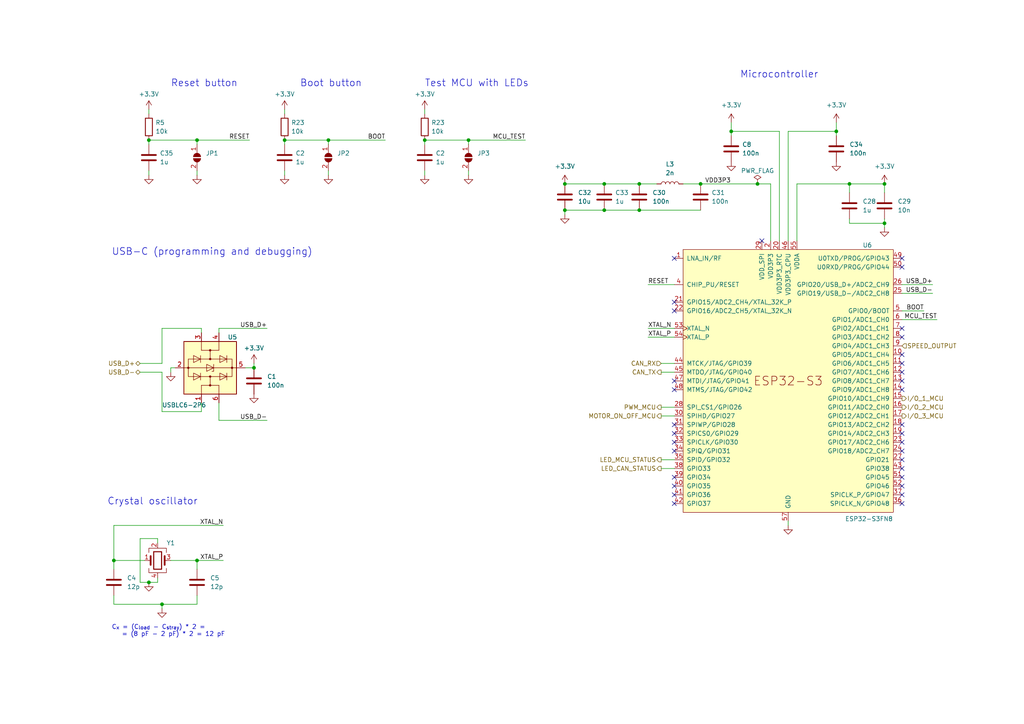
<source format=kicad_sch>
(kicad_sch (version 20230121) (generator eeschema)

  (uuid 6e2ecb38-bbec-4efc-bc2e-8e5e330f55bf)

  (paper "A4")

  (title_block
    (title "Motor driver unit")
    (company "Hydrogreen Pollub")
  )

  (lib_symbols
    (symbol "Device:C" (pin_numbers hide) (pin_names (offset 0.254)) (in_bom yes) (on_board yes)
      (property "Reference" "C" (at 0.635 2.54 0)
        (effects (font (size 1.27 1.27)) (justify left))
      )
      (property "Value" "C" (at 0.635 -2.54 0)
        (effects (font (size 1.27 1.27)) (justify left))
      )
      (property "Footprint" "" (at 0.9652 -3.81 0)
        (effects (font (size 1.27 1.27)) hide)
      )
      (property "Datasheet" "~" (at 0 0 0)
        (effects (font (size 1.27 1.27)) hide)
      )
      (property "ki_keywords" "cap capacitor" (at 0 0 0)
        (effects (font (size 1.27 1.27)) hide)
      )
      (property "ki_description" "Unpolarized capacitor" (at 0 0 0)
        (effects (font (size 1.27 1.27)) hide)
      )
      (property "ki_fp_filters" "C_*" (at 0 0 0)
        (effects (font (size 1.27 1.27)) hide)
      )
      (symbol "C_0_1"
        (polyline
          (pts
            (xy -2.032 -0.762)
            (xy 2.032 -0.762)
          )
          (stroke (width 0.508) (type default))
          (fill (type none))
        )
        (polyline
          (pts
            (xy -2.032 0.762)
            (xy 2.032 0.762)
          )
          (stroke (width 0.508) (type default))
          (fill (type none))
        )
      )
      (symbol "C_1_1"
        (pin passive line (at 0 3.81 270) (length 2.794)
          (name "~" (effects (font (size 1.27 1.27))))
          (number "1" (effects (font (size 1.27 1.27))))
        )
        (pin passive line (at 0 -3.81 90) (length 2.794)
          (name "~" (effects (font (size 1.27 1.27))))
          (number "2" (effects (font (size 1.27 1.27))))
        )
      )
    )
    (symbol "Device:Crystal_GND24" (pin_names (offset 1.016) hide) (in_bom yes) (on_board yes)
      (property "Reference" "Y" (at 3.175 5.08 0)
        (effects (font (size 1.27 1.27)) (justify left))
      )
      (property "Value" "Crystal_GND24" (at 3.175 3.175 0)
        (effects (font (size 1.27 1.27)) (justify left))
      )
      (property "Footprint" "" (at 0 0 0)
        (effects (font (size 1.27 1.27)) hide)
      )
      (property "Datasheet" "~" (at 0 0 0)
        (effects (font (size 1.27 1.27)) hide)
      )
      (property "ki_keywords" "quartz ceramic resonator oscillator" (at 0 0 0)
        (effects (font (size 1.27 1.27)) hide)
      )
      (property "ki_description" "Four pin crystal, GND on pins 2 and 4" (at 0 0 0)
        (effects (font (size 1.27 1.27)) hide)
      )
      (property "ki_fp_filters" "Crystal*" (at 0 0 0)
        (effects (font (size 1.27 1.27)) hide)
      )
      (symbol "Crystal_GND24_0_1"
        (rectangle (start -1.143 2.54) (end 1.143 -2.54)
          (stroke (width 0.3048) (type default))
          (fill (type none))
        )
        (polyline
          (pts
            (xy -2.54 0)
            (xy -2.032 0)
          )
          (stroke (width 0) (type default))
          (fill (type none))
        )
        (polyline
          (pts
            (xy -2.032 -1.27)
            (xy -2.032 1.27)
          )
          (stroke (width 0.508) (type default))
          (fill (type none))
        )
        (polyline
          (pts
            (xy 0 -3.81)
            (xy 0 -3.556)
          )
          (stroke (width 0) (type default))
          (fill (type none))
        )
        (polyline
          (pts
            (xy 0 3.556)
            (xy 0 3.81)
          )
          (stroke (width 0) (type default))
          (fill (type none))
        )
        (polyline
          (pts
            (xy 2.032 -1.27)
            (xy 2.032 1.27)
          )
          (stroke (width 0.508) (type default))
          (fill (type none))
        )
        (polyline
          (pts
            (xy 2.032 0)
            (xy 2.54 0)
          )
          (stroke (width 0) (type default))
          (fill (type none))
        )
        (polyline
          (pts
            (xy -2.54 -2.286)
            (xy -2.54 -3.556)
            (xy 2.54 -3.556)
            (xy 2.54 -2.286)
          )
          (stroke (width 0) (type default))
          (fill (type none))
        )
        (polyline
          (pts
            (xy -2.54 2.286)
            (xy -2.54 3.556)
            (xy 2.54 3.556)
            (xy 2.54 2.286)
          )
          (stroke (width 0) (type default))
          (fill (type none))
        )
      )
      (symbol "Crystal_GND24_1_1"
        (pin passive line (at -3.81 0 0) (length 1.27)
          (name "1" (effects (font (size 1.27 1.27))))
          (number "1" (effects (font (size 1.27 1.27))))
        )
        (pin passive line (at 0 5.08 270) (length 1.27)
          (name "2" (effects (font (size 1.27 1.27))))
          (number "2" (effects (font (size 1.27 1.27))))
        )
        (pin passive line (at 3.81 0 180) (length 1.27)
          (name "3" (effects (font (size 1.27 1.27))))
          (number "3" (effects (font (size 1.27 1.27))))
        )
        (pin passive line (at 0 -5.08 90) (length 1.27)
          (name "4" (effects (font (size 1.27 1.27))))
          (number "4" (effects (font (size 1.27 1.27))))
        )
      )
    )
    (symbol "Device:L" (pin_numbers hide) (pin_names (offset 1.016) hide) (in_bom yes) (on_board yes)
      (property "Reference" "L" (at -1.27 0 90)
        (effects (font (size 1.27 1.27)))
      )
      (property "Value" "L" (at 1.905 0 90)
        (effects (font (size 1.27 1.27)))
      )
      (property "Footprint" "" (at 0 0 0)
        (effects (font (size 1.27 1.27)) hide)
      )
      (property "Datasheet" "~" (at 0 0 0)
        (effects (font (size 1.27 1.27)) hide)
      )
      (property "ki_keywords" "inductor choke coil reactor magnetic" (at 0 0 0)
        (effects (font (size 1.27 1.27)) hide)
      )
      (property "ki_description" "Inductor" (at 0 0 0)
        (effects (font (size 1.27 1.27)) hide)
      )
      (property "ki_fp_filters" "Choke_* *Coil* Inductor_* L_*" (at 0 0 0)
        (effects (font (size 1.27 1.27)) hide)
      )
      (symbol "L_0_1"
        (arc (start 0 -2.54) (mid 0.6323 -1.905) (end 0 -1.27)
          (stroke (width 0) (type default))
          (fill (type none))
        )
        (arc (start 0 -1.27) (mid 0.6323 -0.635) (end 0 0)
          (stroke (width 0) (type default))
          (fill (type none))
        )
        (arc (start 0 0) (mid 0.6323 0.635) (end 0 1.27)
          (stroke (width 0) (type default))
          (fill (type none))
        )
        (arc (start 0 1.27) (mid 0.6323 1.905) (end 0 2.54)
          (stroke (width 0) (type default))
          (fill (type none))
        )
      )
      (symbol "L_1_1"
        (pin passive line (at 0 3.81 270) (length 1.27)
          (name "1" (effects (font (size 1.27 1.27))))
          (number "1" (effects (font (size 1.27 1.27))))
        )
        (pin passive line (at 0 -3.81 90) (length 1.27)
          (name "2" (effects (font (size 1.27 1.27))))
          (number "2" (effects (font (size 1.27 1.27))))
        )
      )
    )
    (symbol "Device:R" (pin_numbers hide) (pin_names (offset 0)) (in_bom yes) (on_board yes)
      (property "Reference" "R" (at 2.032 0 90)
        (effects (font (size 1.27 1.27)))
      )
      (property "Value" "R" (at 0 0 90)
        (effects (font (size 1.27 1.27)))
      )
      (property "Footprint" "" (at -1.778 0 90)
        (effects (font (size 1.27 1.27)) hide)
      )
      (property "Datasheet" "~" (at 0 0 0)
        (effects (font (size 1.27 1.27)) hide)
      )
      (property "ki_keywords" "R res resistor" (at 0 0 0)
        (effects (font (size 1.27 1.27)) hide)
      )
      (property "ki_description" "Resistor" (at 0 0 0)
        (effects (font (size 1.27 1.27)) hide)
      )
      (property "ki_fp_filters" "R_*" (at 0 0 0)
        (effects (font (size 1.27 1.27)) hide)
      )
      (symbol "R_0_1"
        (rectangle (start -1.016 -2.54) (end 1.016 2.54)
          (stroke (width 0.254) (type default))
          (fill (type none))
        )
      )
      (symbol "R_1_1"
        (pin passive line (at 0 3.81 270) (length 1.27)
          (name "~" (effects (font (size 1.27 1.27))))
          (number "1" (effects (font (size 1.27 1.27))))
        )
        (pin passive line (at 0 -3.81 90) (length 1.27)
          (name "~" (effects (font (size 1.27 1.27))))
          (number "2" (effects (font (size 1.27 1.27))))
        )
      )
    )
    (symbol "Jumper:SolderJumper_2_Open" (pin_names (offset 0) hide) (in_bom yes) (on_board yes)
      (property "Reference" "JP" (at 0 2.032 0)
        (effects (font (size 1.27 1.27)))
      )
      (property "Value" "SolderJumper_2_Open" (at 0 -2.54 0)
        (effects (font (size 1.27 1.27)))
      )
      (property "Footprint" "" (at 0 0 0)
        (effects (font (size 1.27 1.27)) hide)
      )
      (property "Datasheet" "~" (at 0 0 0)
        (effects (font (size 1.27 1.27)) hide)
      )
      (property "ki_keywords" "solder jumper SPST" (at 0 0 0)
        (effects (font (size 1.27 1.27)) hide)
      )
      (property "ki_description" "Solder Jumper, 2-pole, open" (at 0 0 0)
        (effects (font (size 1.27 1.27)) hide)
      )
      (property "ki_fp_filters" "SolderJumper*Open*" (at 0 0 0)
        (effects (font (size 1.27 1.27)) hide)
      )
      (symbol "SolderJumper_2_Open_0_1"
        (arc (start -0.254 1.016) (mid -1.2656 0) (end -0.254 -1.016)
          (stroke (width 0) (type default))
          (fill (type none))
        )
        (arc (start -0.254 1.016) (mid -1.2656 0) (end -0.254 -1.016)
          (stroke (width 0) (type default))
          (fill (type outline))
        )
        (polyline
          (pts
            (xy -0.254 1.016)
            (xy -0.254 -1.016)
          )
          (stroke (width 0) (type default))
          (fill (type none))
        )
        (polyline
          (pts
            (xy 0.254 1.016)
            (xy 0.254 -1.016)
          )
          (stroke (width 0) (type default))
          (fill (type none))
        )
        (arc (start 0.254 -1.016) (mid 1.2656 0) (end 0.254 1.016)
          (stroke (width 0) (type default))
          (fill (type none))
        )
        (arc (start 0.254 -1.016) (mid 1.2656 0) (end 0.254 1.016)
          (stroke (width 0) (type default))
          (fill (type outline))
        )
      )
      (symbol "SolderJumper_2_Open_1_1"
        (pin passive line (at -3.81 0 0) (length 2.54)
          (name "A" (effects (font (size 1.27 1.27))))
          (number "1" (effects (font (size 1.27 1.27))))
        )
        (pin passive line (at 3.81 0 180) (length 2.54)
          (name "B" (effects (font (size 1.27 1.27))))
          (number "2" (effects (font (size 1.27 1.27))))
        )
      )
    )
    (symbol "PCM_Espressif:ESP32-S3" (pin_names (offset 1.016)) (in_bom yes) (on_board yes)
      (property "Reference" "U" (at -30.48 43.18 0)
        (effects (font (size 1.27 1.27)) (justify left))
      )
      (property "Value" "ESP32-S3" (at -30.48 40.64 0)
        (effects (font (size 1.27 1.27)) (justify left))
      )
      (property "Footprint" "Package_DFN_QFN:QFN-56-1EP_7x7mm_P0.4mm_EP5.6x5.6mm" (at 0 -48.26 0)
        (effects (font (size 1.27 1.27)) hide)
      )
      (property "Datasheet" "https://www.espressif.com/sites/default/files/documentation/esp32-s3_datasheet_en.pdf" (at 0 -50.8 0)
        (effects (font (size 1.27 1.27)) hide)
      )
      (property "ki_description" "ESP32-S3 is a low-power MCU-based system-on-chip (SoC) that supports 2.4 GHz Wi-Fi and Bluetooth® Low Energy (Bluetooth LE). It consists of high-performance dual-core microprocessor (Xtensa® 32-bit LX7), a low power coprocessor, a Wi-Fi baseband, a Bluetooth LE baseband, RF module, and peripherals." (at 0 0 0)
        (effects (font (size 1.27 1.27)) hide)
      )
      (symbol "ESP32-S3_0_0"
        (text "ESP32-S3" (at 0 0 0)
          (effects (font (size 2.54 2.54)))
        )
        (pin bidirectional line (at 33.02 -35.56 180) (length 2.54)
          (name "SPICLK_N/GPIO48" (effects (font (size 1.27 1.27))))
          (number "36" (effects (font (size 1.27 1.27))))
        )
        (pin bidirectional line (at 33.02 -33.02 180) (length 2.54)
          (name "SPICLK_P/GPIO47" (effects (font (size 1.27 1.27))))
          (number "37" (effects (font (size 1.27 1.27))))
        )
      )
      (symbol "ESP32-S3_0_1"
        (rectangle (start -30.48 38.1) (end 30.48 -38.1)
          (stroke (width 0) (type default))
          (fill (type background))
        )
      )
      (symbol "ESP32-S3_1_1"
        (pin bidirectional line (at -33.02 35.56 0) (length 2.54)
          (name "LNA_IN/RF" (effects (font (size 1.27 1.27))))
          (number "1" (effects (font (size 1.27 1.27))))
        )
        (pin bidirectional line (at 33.02 7.62 180) (length 2.54)
          (name "GPIO5/ADC1_CH4" (effects (font (size 1.27 1.27))))
          (number "10" (effects (font (size 1.27 1.27))))
        )
        (pin bidirectional line (at 33.02 5.08 180) (length 2.54)
          (name "GPIO6/ADC1_CH5" (effects (font (size 1.27 1.27))))
          (number "11" (effects (font (size 1.27 1.27))))
        )
        (pin bidirectional line (at 33.02 2.54 180) (length 2.54)
          (name "GPIO7/ADC1_CH6" (effects (font (size 1.27 1.27))))
          (number "12" (effects (font (size 1.27 1.27))))
        )
        (pin bidirectional line (at 33.02 0 180) (length 2.54)
          (name "GPIO8/ADC1_CH7" (effects (font (size 1.27 1.27))))
          (number "13" (effects (font (size 1.27 1.27))))
        )
        (pin bidirectional line (at 33.02 -2.54 180) (length 2.54)
          (name "GPIO9/ADC1_CH8" (effects (font (size 1.27 1.27))))
          (number "14" (effects (font (size 1.27 1.27))))
        )
        (pin bidirectional line (at 33.02 -5.08 180) (length 2.54)
          (name "GPIO10/ADC1_CH9" (effects (font (size 1.27 1.27))))
          (number "15" (effects (font (size 1.27 1.27))))
        )
        (pin bidirectional line (at 33.02 -7.62 180) (length 2.54)
          (name "GPIO11/ADC2_CH0" (effects (font (size 1.27 1.27))))
          (number "16" (effects (font (size 1.27 1.27))))
        )
        (pin bidirectional line (at 33.02 -10.16 180) (length 2.54)
          (name "GPIO12/ADC2_CH1" (effects (font (size 1.27 1.27))))
          (number "17" (effects (font (size 1.27 1.27))))
        )
        (pin bidirectional line (at 33.02 -12.7 180) (length 2.54)
          (name "GPIO13/ADC2_CH2" (effects (font (size 1.27 1.27))))
          (number "18" (effects (font (size 1.27 1.27))))
        )
        (pin bidirectional line (at 33.02 -15.24 180) (length 2.54)
          (name "GPIO14/ADC2_CH3" (effects (font (size 1.27 1.27))))
          (number "19" (effects (font (size 1.27 1.27))))
        )
        (pin power_in line (at -5.08 40.64 270) (length 2.54)
          (name "VDD3P3" (effects (font (size 1.27 1.27))))
          (number "2" (effects (font (size 1.27 1.27))))
        )
        (pin power_in line (at -2.54 40.64 270) (length 2.54)
          (name "VDD3P3_RTC" (effects (font (size 1.27 1.27))))
          (number "20" (effects (font (size 1.27 1.27))))
        )
        (pin bidirectional line (at -33.02 22.86 0) (length 2.54)
          (name "GPIO15/ADC2_CH4/XTAL_32K_P" (effects (font (size 1.27 1.27))))
          (number "21" (effects (font (size 1.27 1.27))))
        )
        (pin bidirectional line (at -33.02 20.32 0) (length 2.54)
          (name "GPIO16/ADC2_CH5/XTAL_32K_N" (effects (font (size 1.27 1.27))))
          (number "22" (effects (font (size 1.27 1.27))))
        )
        (pin bidirectional line (at 33.02 -17.78 180) (length 2.54)
          (name "GPIO17/ADC2_CH6" (effects (font (size 1.27 1.27))))
          (number "23" (effects (font (size 1.27 1.27))))
        )
        (pin bidirectional line (at 33.02 -20.32 180) (length 2.54)
          (name "GPIO18/ADC2_CH7" (effects (font (size 1.27 1.27))))
          (number "24" (effects (font (size 1.27 1.27))))
        )
        (pin bidirectional line (at 33.02 25.4 180) (length 2.54)
          (name "GPIO19/USB_D-/ADC2_CH8" (effects (font (size 1.27 1.27))))
          (number "25" (effects (font (size 1.27 1.27))))
        )
        (pin bidirectional line (at 33.02 27.94 180) (length 2.54)
          (name "GPIO20/USB_D+/ADC2_CH9" (effects (font (size 1.27 1.27))))
          (number "26" (effects (font (size 1.27 1.27))))
        )
        (pin bidirectional line (at 33.02 -22.86 180) (length 2.54)
          (name "GPIO21" (effects (font (size 1.27 1.27))))
          (number "27" (effects (font (size 1.27 1.27))))
        )
        (pin bidirectional line (at -33.02 -7.62 0) (length 2.54)
          (name "SPI_CS1/GPIO26" (effects (font (size 1.27 1.27))))
          (number "28" (effects (font (size 1.27 1.27))))
        )
        (pin power_out line (at -7.62 40.64 270) (length 2.54)
          (name "VDD_SPI" (effects (font (size 1.27 1.27))))
          (number "29" (effects (font (size 1.27 1.27))))
        )
        (pin power_in line (at -5.08 40.64 270) (length 2.54) hide
          (name "VDD3P3" (effects (font (size 1.27 1.27))))
          (number "3" (effects (font (size 1.27 1.27))))
        )
        (pin bidirectional line (at -33.02 -10.16 0) (length 2.54)
          (name "SPIHD/GPIO27" (effects (font (size 1.27 1.27))))
          (number "30" (effects (font (size 1.27 1.27))))
        )
        (pin bidirectional line (at -33.02 -12.7 0) (length 2.54)
          (name "SPIWP/GPIO28" (effects (font (size 1.27 1.27))))
          (number "31" (effects (font (size 1.27 1.27))))
        )
        (pin bidirectional line (at -33.02 -15.24 0) (length 2.54)
          (name "SPICS0/GPIO29" (effects (font (size 1.27 1.27))))
          (number "32" (effects (font (size 1.27 1.27))))
        )
        (pin bidirectional line (at -33.02 -17.78 0) (length 2.54)
          (name "SPICLK/GPIO30" (effects (font (size 1.27 1.27))))
          (number "33" (effects (font (size 1.27 1.27))))
        )
        (pin bidirectional line (at -33.02 -20.32 0) (length 2.54)
          (name "SPIQ/GPIO31" (effects (font (size 1.27 1.27))))
          (number "34" (effects (font (size 1.27 1.27))))
        )
        (pin bidirectional line (at -33.02 -22.86 0) (length 2.54)
          (name "SPID/GPIO32" (effects (font (size 1.27 1.27))))
          (number "35" (effects (font (size 1.27 1.27))))
        )
        (pin bidirectional line (at -33.02 -25.4 0) (length 2.54)
          (name "GPIO33" (effects (font (size 1.27 1.27))))
          (number "38" (effects (font (size 1.27 1.27))))
        )
        (pin bidirectional line (at -33.02 -27.94 0) (length 2.54)
          (name "GPIO34" (effects (font (size 1.27 1.27))))
          (number "39" (effects (font (size 1.27 1.27))))
        )
        (pin input line (at -33.02 27.94 0) (length 2.54)
          (name "CHIP_PU/RESET" (effects (font (size 1.27 1.27))))
          (number "4" (effects (font (size 1.27 1.27))))
        )
        (pin bidirectional line (at -33.02 -30.48 0) (length 2.54)
          (name "GPIO35" (effects (font (size 1.27 1.27))))
          (number "40" (effects (font (size 1.27 1.27))))
        )
        (pin bidirectional line (at -33.02 -33.02 0) (length 2.54)
          (name "GPIO36" (effects (font (size 1.27 1.27))))
          (number "41" (effects (font (size 1.27 1.27))))
        )
        (pin bidirectional line (at -33.02 -35.56 0) (length 2.54)
          (name "GPIO37" (effects (font (size 1.27 1.27))))
          (number "42" (effects (font (size 1.27 1.27))))
        )
        (pin bidirectional line (at 33.02 -25.4 180) (length 2.54)
          (name "GPIO38" (effects (font (size 1.27 1.27))))
          (number "43" (effects (font (size 1.27 1.27))))
        )
        (pin bidirectional line (at -33.02 5.08 0) (length 2.54)
          (name "MTCK/JTAG/GPIO39" (effects (font (size 1.27 1.27))))
          (number "44" (effects (font (size 1.27 1.27))))
        )
        (pin bidirectional line (at -33.02 2.54 0) (length 2.54)
          (name "MTDO/JTAG/GPIO40" (effects (font (size 1.27 1.27))))
          (number "45" (effects (font (size 1.27 1.27))))
        )
        (pin power_in line (at 0 40.64 270) (length 2.54)
          (name "VDD3P3_CPU" (effects (font (size 1.27 1.27))))
          (number "46" (effects (font (size 1.27 1.27))))
        )
        (pin bidirectional line (at -33.02 0 0) (length 2.54)
          (name "MTDI/JTAG/GPIO41" (effects (font (size 1.27 1.27))))
          (number "47" (effects (font (size 1.27 1.27))))
        )
        (pin bidirectional line (at -33.02 -2.54 0) (length 2.54)
          (name "MTMS/JTAG/GPIO42" (effects (font (size 1.27 1.27))))
          (number "48" (effects (font (size 1.27 1.27))))
        )
        (pin bidirectional line (at 33.02 35.56 180) (length 2.54)
          (name "U0TXD/PROG/GPIO43" (effects (font (size 1.27 1.27))))
          (number "49" (effects (font (size 1.27 1.27))))
        )
        (pin bidirectional line (at 33.02 20.32 180) (length 2.54)
          (name "GPIO0/BOOT" (effects (font (size 1.27 1.27))))
          (number "5" (effects (font (size 1.27 1.27))))
        )
        (pin bidirectional line (at 33.02 33.02 180) (length 2.54)
          (name "U0RXD/PROG/GPIO44" (effects (font (size 1.27 1.27))))
          (number "50" (effects (font (size 1.27 1.27))))
        )
        (pin bidirectional line (at 33.02 -27.94 180) (length 2.54)
          (name "GPIO45" (effects (font (size 1.27 1.27))))
          (number "51" (effects (font (size 1.27 1.27))))
        )
        (pin bidirectional line (at 33.02 -30.48 180) (length 2.54)
          (name "GPIO46" (effects (font (size 1.27 1.27))))
          (number "52" (effects (font (size 1.27 1.27))))
        )
        (pin input clock (at -33.02 15.24 0) (length 2.54)
          (name "XTAL_N" (effects (font (size 1.27 1.27))))
          (number "53" (effects (font (size 1.27 1.27))))
        )
        (pin output clock (at -33.02 12.7 0) (length 2.54)
          (name "XTAL_P" (effects (font (size 1.27 1.27))))
          (number "54" (effects (font (size 1.27 1.27))))
        )
        (pin power_in line (at 2.54 40.64 270) (length 2.54)
          (name "VDDA" (effects (font (size 1.27 1.27))))
          (number "55" (effects (font (size 1.27 1.27))))
        )
        (pin passive line (at 2.54 40.64 270) (length 2.54) hide
          (name "VDDA" (effects (font (size 1.27 1.27))))
          (number "56" (effects (font (size 1.27 1.27))))
        )
        (pin power_in line (at 0 -40.64 90) (length 2.54)
          (name "GND" (effects (font (size 1.27 1.27))))
          (number "57" (effects (font (size 1.27 1.27))))
        )
        (pin bidirectional line (at 33.02 17.78 180) (length 2.54)
          (name "GPIO1/ADC1_CH0" (effects (font (size 1.27 1.27))))
          (number "6" (effects (font (size 1.27 1.27))))
        )
        (pin bidirectional line (at 33.02 15.24 180) (length 2.54)
          (name "GPIO2/ADC1_CH1" (effects (font (size 1.27 1.27))))
          (number "7" (effects (font (size 1.27 1.27))))
        )
        (pin bidirectional line (at 33.02 12.7 180) (length 2.54)
          (name "GPIO3/ADC1_CH2" (effects (font (size 1.27 1.27))))
          (number "8" (effects (font (size 1.27 1.27))))
        )
        (pin bidirectional line (at 33.02 10.16 180) (length 2.54)
          (name "GPIO4/ADC1_CH3" (effects (font (size 1.27 1.27))))
          (number "9" (effects (font (size 1.27 1.27))))
        )
      )
    )
    (symbol "Power_Protection:USBLC6-2P6" (pin_names hide) (in_bom yes) (on_board yes)
      (property "Reference" "U" (at 2.54 8.89 0)
        (effects (font (size 1.27 1.27)) (justify left))
      )
      (property "Value" "USBLC6-2P6" (at 2.54 -8.89 0)
        (effects (font (size 1.27 1.27)) (justify left))
      )
      (property "Footprint" "Package_TO_SOT_SMD:SOT-666" (at 0 -12.7 0)
        (effects (font (size 1.27 1.27)) hide)
      )
      (property "Datasheet" "https://www.st.com/resource/en/datasheet/usblc6-2.pdf" (at 5.08 8.89 0)
        (effects (font (size 1.27 1.27)) hide)
      )
      (property "ki_keywords" "usb ethernet video" (at 0 0 0)
        (effects (font (size 1.27 1.27)) hide)
      )
      (property "ki_description" "Very low capacitance ESD protection diode, 2 data-line, SOT-666" (at 0 0 0)
        (effects (font (size 1.27 1.27)) hide)
      )
      (property "ki_fp_filters" "SOT?666*" (at 0 0 0)
        (effects (font (size 1.27 1.27)) hide)
      )
      (symbol "USBLC6-2P6_0_1"
        (rectangle (start -7.62 -7.62) (end 7.62 7.62)
          (stroke (width 0.254) (type default))
          (fill (type background))
        )
        (circle (center -5.08 0) (radius 0.254)
          (stroke (width 0) (type default))
          (fill (type outline))
        )
        (circle (center -2.54 0) (radius 0.254)
          (stroke (width 0) (type default))
          (fill (type outline))
        )
        (rectangle (start -2.54 6.35) (end 2.54 -6.35)
          (stroke (width 0) (type default))
          (fill (type none))
        )
        (circle (center 0 -6.35) (radius 0.254)
          (stroke (width 0) (type default))
          (fill (type outline))
        )
        (polyline
          (pts
            (xy -5.08 -2.54)
            (xy -7.62 -2.54)
          )
          (stroke (width 0) (type default))
          (fill (type none))
        )
        (polyline
          (pts
            (xy -5.08 0)
            (xy -5.08 -2.54)
          )
          (stroke (width 0) (type default))
          (fill (type none))
        )
        (polyline
          (pts
            (xy -5.08 2.54)
            (xy -7.62 2.54)
          )
          (stroke (width 0) (type default))
          (fill (type none))
        )
        (polyline
          (pts
            (xy -1.524 -2.794)
            (xy -3.556 -2.794)
          )
          (stroke (width 0) (type default))
          (fill (type none))
        )
        (polyline
          (pts
            (xy -1.524 4.826)
            (xy -3.556 4.826)
          )
          (stroke (width 0) (type default))
          (fill (type none))
        )
        (polyline
          (pts
            (xy 0 -7.62)
            (xy 0 -6.35)
          )
          (stroke (width 0) (type default))
          (fill (type none))
        )
        (polyline
          (pts
            (xy 0 -6.35)
            (xy 0 1.27)
          )
          (stroke (width 0) (type default))
          (fill (type none))
        )
        (polyline
          (pts
            (xy 0 1.27)
            (xy 0 6.35)
          )
          (stroke (width 0) (type default))
          (fill (type none))
        )
        (polyline
          (pts
            (xy 0 6.35)
            (xy 0 7.62)
          )
          (stroke (width 0) (type default))
          (fill (type none))
        )
        (polyline
          (pts
            (xy 1.524 -2.794)
            (xy 3.556 -2.794)
          )
          (stroke (width 0) (type default))
          (fill (type none))
        )
        (polyline
          (pts
            (xy 1.524 4.826)
            (xy 3.556 4.826)
          )
          (stroke (width 0) (type default))
          (fill (type none))
        )
        (polyline
          (pts
            (xy 5.08 -2.54)
            (xy 7.62 -2.54)
          )
          (stroke (width 0) (type default))
          (fill (type none))
        )
        (polyline
          (pts
            (xy 5.08 0)
            (xy 5.08 -2.54)
          )
          (stroke (width 0) (type default))
          (fill (type none))
        )
        (polyline
          (pts
            (xy 5.08 2.54)
            (xy 7.62 2.54)
          )
          (stroke (width 0) (type default))
          (fill (type none))
        )
        (polyline
          (pts
            (xy -2.54 0)
            (xy -5.08 0)
            (xy -5.08 2.54)
          )
          (stroke (width 0) (type default))
          (fill (type none))
        )
        (polyline
          (pts
            (xy 2.54 0)
            (xy 5.08 0)
            (xy 5.08 2.54)
          )
          (stroke (width 0) (type default))
          (fill (type none))
        )
        (polyline
          (pts
            (xy -3.556 -4.826)
            (xy -1.524 -4.826)
            (xy -2.54 -2.794)
            (xy -3.556 -4.826)
          )
          (stroke (width 0) (type default))
          (fill (type none))
        )
        (polyline
          (pts
            (xy -3.556 2.794)
            (xy -1.524 2.794)
            (xy -2.54 4.826)
            (xy -3.556 2.794)
          )
          (stroke (width 0) (type default))
          (fill (type none))
        )
        (polyline
          (pts
            (xy -1.016 -1.016)
            (xy 1.016 -1.016)
            (xy 0 1.016)
            (xy -1.016 -1.016)
          )
          (stroke (width 0) (type default))
          (fill (type none))
        )
        (polyline
          (pts
            (xy 1.016 1.016)
            (xy 0.762 1.016)
            (xy -1.016 1.016)
            (xy -1.016 0.508)
          )
          (stroke (width 0) (type default))
          (fill (type none))
        )
        (polyline
          (pts
            (xy 3.556 -4.826)
            (xy 1.524 -4.826)
            (xy 2.54 -2.794)
            (xy 3.556 -4.826)
          )
          (stroke (width 0) (type default))
          (fill (type none))
        )
        (polyline
          (pts
            (xy 3.556 2.794)
            (xy 1.524 2.794)
            (xy 2.54 4.826)
            (xy 3.556 2.794)
          )
          (stroke (width 0) (type default))
          (fill (type none))
        )
        (circle (center 0 6.35) (radius 0.254)
          (stroke (width 0) (type default))
          (fill (type outline))
        )
        (circle (center 2.54 0) (radius 0.254)
          (stroke (width 0) (type default))
          (fill (type outline))
        )
        (circle (center 5.08 0) (radius 0.254)
          (stroke (width 0) (type default))
          (fill (type outline))
        )
      )
      (symbol "USBLC6-2P6_1_1"
        (pin passive line (at -10.16 -2.54 0) (length 2.54)
          (name "I/O1" (effects (font (size 1.27 1.27))))
          (number "1" (effects (font (size 1.27 1.27))))
        )
        (pin passive line (at 0 -10.16 90) (length 2.54)
          (name "GND" (effects (font (size 1.27 1.27))))
          (number "2" (effects (font (size 1.27 1.27))))
        )
        (pin passive line (at 10.16 -2.54 180) (length 2.54)
          (name "I/O2" (effects (font (size 1.27 1.27))))
          (number "3" (effects (font (size 1.27 1.27))))
        )
        (pin passive line (at 10.16 2.54 180) (length 2.54)
          (name "I/O2" (effects (font (size 1.27 1.27))))
          (number "4" (effects (font (size 1.27 1.27))))
        )
        (pin passive line (at 0 10.16 270) (length 2.54)
          (name "VBUS" (effects (font (size 1.27 1.27))))
          (number "5" (effects (font (size 1.27 1.27))))
        )
        (pin passive line (at -10.16 2.54 0) (length 2.54)
          (name "I/O1" (effects (font (size 1.27 1.27))))
          (number "6" (effects (font (size 1.27 1.27))))
        )
      )
    )
    (symbol "power:+3.3V" (power) (pin_names (offset 0)) (in_bom yes) (on_board yes)
      (property "Reference" "#PWR" (at 0 -3.81 0)
        (effects (font (size 1.27 1.27)) hide)
      )
      (property "Value" "+3.3V" (at 0 3.556 0)
        (effects (font (size 1.27 1.27)))
      )
      (property "Footprint" "" (at 0 0 0)
        (effects (font (size 1.27 1.27)) hide)
      )
      (property "Datasheet" "" (at 0 0 0)
        (effects (font (size 1.27 1.27)) hide)
      )
      (property "ki_keywords" "global power" (at 0 0 0)
        (effects (font (size 1.27 1.27)) hide)
      )
      (property "ki_description" "Power symbol creates a global label with name \"+3.3V\"" (at 0 0 0)
        (effects (font (size 1.27 1.27)) hide)
      )
      (symbol "+3.3V_0_1"
        (polyline
          (pts
            (xy -0.762 1.27)
            (xy 0 2.54)
          )
          (stroke (width 0) (type default))
          (fill (type none))
        )
        (polyline
          (pts
            (xy 0 0)
            (xy 0 2.54)
          )
          (stroke (width 0) (type default))
          (fill (type none))
        )
        (polyline
          (pts
            (xy 0 2.54)
            (xy 0.762 1.27)
          )
          (stroke (width 0) (type default))
          (fill (type none))
        )
      )
      (symbol "+3.3V_1_1"
        (pin power_in line (at 0 0 90) (length 0) hide
          (name "+3.3V" (effects (font (size 1.27 1.27))))
          (number "1" (effects (font (size 1.27 1.27))))
        )
      )
    )
    (symbol "power:GND" (power) (pin_names (offset 0)) (in_bom yes) (on_board yes)
      (property "Reference" "#PWR" (at 0 -6.35 0)
        (effects (font (size 1.27 1.27)) hide)
      )
      (property "Value" "GND" (at 0 -3.81 0)
        (effects (font (size 1.27 1.27)))
      )
      (property "Footprint" "" (at 0 0 0)
        (effects (font (size 1.27 1.27)) hide)
      )
      (property "Datasheet" "" (at 0 0 0)
        (effects (font (size 1.27 1.27)) hide)
      )
      (property "ki_keywords" "global power" (at 0 0 0)
        (effects (font (size 1.27 1.27)) hide)
      )
      (property "ki_description" "Power symbol creates a global label with name \"GND\" , ground" (at 0 0 0)
        (effects (font (size 1.27 1.27)) hide)
      )
      (symbol "GND_0_1"
        (polyline
          (pts
            (xy 0 0)
            (xy 0 -1.27)
            (xy 1.27 -1.27)
            (xy 0 -2.54)
            (xy -1.27 -1.27)
            (xy 0 -1.27)
          )
          (stroke (width 0) (type default))
          (fill (type none))
        )
      )
      (symbol "GND_1_1"
        (pin power_in line (at 0 0 270) (length 0) hide
          (name "GND" (effects (font (size 1.27 1.27))))
          (number "1" (effects (font (size 1.27 1.27))))
        )
      )
    )
    (symbol "power:PWR_FLAG" (power) (pin_numbers hide) (pin_names (offset 0) hide) (in_bom yes) (on_board yes)
      (property "Reference" "#FLG" (at 0 1.905 0)
        (effects (font (size 1.27 1.27)) hide)
      )
      (property "Value" "PWR_FLAG" (at 0 3.81 0)
        (effects (font (size 1.27 1.27)))
      )
      (property "Footprint" "" (at 0 0 0)
        (effects (font (size 1.27 1.27)) hide)
      )
      (property "Datasheet" "~" (at 0 0 0)
        (effects (font (size 1.27 1.27)) hide)
      )
      (property "ki_keywords" "flag power" (at 0 0 0)
        (effects (font (size 1.27 1.27)) hide)
      )
      (property "ki_description" "Special symbol for telling ERC where power comes from" (at 0 0 0)
        (effects (font (size 1.27 1.27)) hide)
      )
      (symbol "PWR_FLAG_0_0"
        (pin power_out line (at 0 0 90) (length 0)
          (name "pwr" (effects (font (size 1.27 1.27))))
          (number "1" (effects (font (size 1.27 1.27))))
        )
      )
      (symbol "PWR_FLAG_0_1"
        (polyline
          (pts
            (xy 0 0)
            (xy 0 1.27)
            (xy -1.016 1.905)
            (xy 0 2.54)
            (xy 1.016 1.905)
            (xy 0 1.27)
          )
          (stroke (width 0) (type default))
          (fill (type none))
        )
      )
    )
  )

  (junction (at 95.25 40.64) (diameter 0) (color 0 0 0 0)
    (uuid 030b7746-47ea-4ed7-b39d-8a0c567ec92a)
  )
  (junction (at 163.83 60.96) (diameter 0) (color 0 0 0 0)
    (uuid 03e68069-3273-421d-ab92-3580b43d8582)
  )
  (junction (at 135.89 40.64) (diameter 0) (color 0 0 0 0)
    (uuid 16510068-c700-4ffc-8662-6448ff47e903)
  )
  (junction (at 57.15 40.64) (diameter 0) (color 0 0 0 0)
    (uuid 1b91a314-7dcc-4bec-b9cc-e2f174019075)
  )
  (junction (at 219.71 53.34) (diameter 0) (color 0 0 0 0)
    (uuid 22e00b9a-2022-49fa-a390-1c3ac006633b)
  )
  (junction (at 212.09 38.1) (diameter 0) (color 0 0 0 0)
    (uuid 2b00cbc6-bee5-4e1c-a9c5-e252f1b60620)
  )
  (junction (at 175.26 53.34) (diameter 0) (color 0 0 0 0)
    (uuid 2c3f76e0-2c95-4cfc-9a9e-16609da387d1)
  )
  (junction (at 163.83 53.34) (diameter 0) (color 0 0 0 0)
    (uuid 3d3b9477-2ed5-4a75-82ed-bdee0f430455)
  )
  (junction (at 242.57 38.1) (diameter 0) (color 0 0 0 0)
    (uuid 4b569c32-ed4f-4d4f-8b4c-5edc2642d173)
  )
  (junction (at 123.19 40.64) (diameter 0) (color 0 0 0 0)
    (uuid 4f01be41-9497-4e8a-9853-132e5bb5ef5c)
  )
  (junction (at 73.66 106.68) (diameter 0) (color 0 0 0 0)
    (uuid 5e66dd14-0751-4583-a865-e4662d7ed70d)
  )
  (junction (at 185.42 53.34) (diameter 0) (color 0 0 0 0)
    (uuid 6d4e5561-5846-4dec-b76e-7a67e0a381a0)
  )
  (junction (at 33.02 162.56) (diameter 0) (color 0 0 0 0)
    (uuid 7e23387e-95e6-4dad-a43c-ff1fa8dcbc5a)
  )
  (junction (at 203.2 53.34) (diameter 0) (color 0 0 0 0)
    (uuid 80fca75d-09f2-488e-9c1b-dc33474be724)
  )
  (junction (at 185.42 60.96) (diameter 0) (color 0 0 0 0)
    (uuid 871c6b61-0d22-40c1-bcac-ece9cad935b1)
  )
  (junction (at 256.54 53.34) (diameter 0) (color 0 0 0 0)
    (uuid 8a7cb6e1-c404-446a-bcde-1a3a1ef8a366)
  )
  (junction (at 43.18 40.64) (diameter 0) (color 0 0 0 0)
    (uuid 96373263-961c-41c5-b18d-70d680b69979)
  )
  (junction (at 57.15 162.56) (diameter 0) (color 0 0 0 0)
    (uuid baad4bd8-43ab-4744-b0f1-8099b68c864a)
  )
  (junction (at 46.99 175.26) (diameter 0) (color 0 0 0 0)
    (uuid d8af2dc6-c09e-45aa-843b-f0e6cf21f0db)
  )
  (junction (at 43.18 168.91) (diameter 0) (color 0 0 0 0)
    (uuid db6722d2-abe5-4fa7-bda6-f7db265a222e)
  )
  (junction (at 82.55 40.64) (diameter 0) (color 0 0 0 0)
    (uuid dc859a68-33c3-4a83-b600-6b0799a7f035)
  )
  (junction (at 256.54 64.77) (diameter 0) (color 0 0 0 0)
    (uuid f831bc9f-b18a-4b3d-a643-20ed035d45fa)
  )
  (junction (at 175.26 60.96) (diameter 0) (color 0 0 0 0)
    (uuid f9307168-3f2a-459e-9dda-b0cdd4ffb062)
  )
  (junction (at 246.38 53.34) (diameter 0) (color 0 0 0 0)
    (uuid facaef34-a4d5-4521-9392-e926595b1182)
  )

  (no_connect (at 261.62 77.47) (uuid 0426d8ef-b514-41d9-965c-051216f732db))
  (no_connect (at 220.98 69.85) (uuid 09077b2b-aa31-41bf-b26b-bf97ba0a28d5))
  (no_connect (at 195.58 123.19) (uuid 0a872f02-0b57-40fb-bccd-1e98cad58ecc))
  (no_connect (at 261.62 125.73) (uuid 0aac7bcf-2443-47ed-be67-647702292352))
  (no_connect (at 195.58 90.17) (uuid 14c31228-6554-47e8-be8a-39f55d08067b))
  (no_connect (at 195.58 125.73) (uuid 16fe296c-1c96-4ac7-b5b1-d0e1ec1989c8))
  (no_connect (at 261.62 143.51) (uuid 23269a91-4e7d-4501-8fa6-a33fa9fa7dd4))
  (no_connect (at 261.62 130.81) (uuid 26e21e03-05ac-463b-84c0-50cfbb98d72b))
  (no_connect (at 195.58 74.93) (uuid 48be1952-e8fc-4ed8-8521-2a2a4bfa8064))
  (no_connect (at 261.62 102.87) (uuid 5411044e-dddf-4433-9039-cc8a12e0609b))
  (no_connect (at 195.58 128.27) (uuid 561223fe-b141-40c6-a2da-57df163d1e70))
  (no_connect (at 195.58 138.43) (uuid 57f17cf7-5007-4a39-87de-c930953cfd36))
  (no_connect (at 261.62 107.95) (uuid 60e63e36-6477-4d61-86c5-26f9b6f7227b))
  (no_connect (at 261.62 113.03) (uuid 732a65cc-d1ff-4bc3-bcbb-8d7ea7556dc7))
  (no_connect (at 195.58 87.63) (uuid 7584f7e6-1cd6-4767-98c1-6d7e369e4a83))
  (no_connect (at 195.58 146.05) (uuid 79cde3fd-6968-4049-a1c9-df1b58cae90a))
  (no_connect (at 261.62 140.97) (uuid 7bd2ba0e-106e-4e6f-90e3-fb8045adf4ff))
  (no_connect (at 195.58 130.81) (uuid 7d74a63e-2f06-4076-857f-d917c372596e))
  (no_connect (at 195.58 113.03) (uuid 7ef85aa0-76c8-4fd6-899c-2c0dc0fc92aa))
  (no_connect (at 195.58 140.97) (uuid 82747400-9b92-46ca-8c1d-e1466d72d0f9))
  (no_connect (at 261.62 74.93) (uuid 8a5fab87-0ac8-4694-87dc-7770c7826f58))
  (no_connect (at 261.62 128.27) (uuid 93f2e99d-49b3-452e-9393-f96d466b22df))
  (no_connect (at 261.62 123.19) (uuid 9bf96b68-aff0-4f68-8db1-8d0a5b06b0af))
  (no_connect (at 261.62 133.35) (uuid 9f4cd2ab-841d-4a02-b377-d4cee95f8935))
  (no_connect (at 261.62 138.43) (uuid ad280bb8-5c98-4d12-b3f8-9a02a372446e))
  (no_connect (at 261.62 95.25) (uuid c998e39c-3c46-475f-aeb3-aa49f07ac348))
  (no_connect (at 261.62 146.05) (uuid c9d910af-b459-43be-a7fa-3e58bd89707f))
  (no_connect (at 261.62 110.49) (uuid d7a26187-63a7-431b-bb1e-917a6a75a488))
  (no_connect (at 195.58 143.51) (uuid e3aaa067-79d9-47cd-a434-ff5d8cd78c45))
  (no_connect (at 195.58 110.49) (uuid e6192dcc-3891-44fb-a0c7-406f57438a3c))
  (no_connect (at 261.62 135.89) (uuid ea0f6a1d-4680-4077-9611-b1c50e8fc13e))
  (no_connect (at 261.62 97.79) (uuid f74ecfd4-d74a-4845-9919-ff72f25768ec))
  (no_connect (at 261.62 105.41) (uuid fa2f9270-cd06-446d-9d53-e0e8beff2269))

  (wire (pts (xy 163.83 62.23) (xy 163.83 60.96))
    (stroke (width 0) (type default))
    (uuid 004a65a3-4f8c-4d5e-bb97-c0c01ee3d9a6)
  )
  (wire (pts (xy 228.6 38.1) (xy 242.57 38.1))
    (stroke (width 0) (type default))
    (uuid 066352a1-f72f-44a7-981d-20f3b11d815d)
  )
  (wire (pts (xy 163.83 53.34) (xy 175.26 53.34))
    (stroke (width 0) (type default))
    (uuid 0717864d-dbab-4a25-a26b-f112a4e658b3)
  )
  (wire (pts (xy 191.77 107.95) (xy 195.58 107.95))
    (stroke (width 0) (type default))
    (uuid 09634a81-c1fd-486c-b89f-218a0981ddb6)
  )
  (wire (pts (xy 58.42 116.84) (xy 58.42 119.38))
    (stroke (width 0) (type default))
    (uuid 0c32b476-4257-4d6a-8567-b1a49ac31dc7)
  )
  (wire (pts (xy 261.62 90.17) (xy 267.97 90.17))
    (stroke (width 0) (type default))
    (uuid 10129852-07b8-47f6-94e1-40f3495c7dd8)
  )
  (wire (pts (xy 33.02 172.72) (xy 33.02 175.26))
    (stroke (width 0) (type default))
    (uuid 11946cb2-6474-4aa2-8cd3-60c96c21be5e)
  )
  (wire (pts (xy 185.42 53.34) (xy 190.5 53.34))
    (stroke (width 0) (type default))
    (uuid 126b954a-a1b0-458e-9cfc-82e4d46a92ea)
  )
  (wire (pts (xy 58.42 95.25) (xy 58.42 96.52))
    (stroke (width 0) (type default))
    (uuid 17b35747-d8d5-4c07-a092-74e3107b73e1)
  )
  (wire (pts (xy 45.72 167.64) (xy 45.72 168.91))
    (stroke (width 0) (type default))
    (uuid 1abe63fb-9ef9-4e66-9f1c-55e5f1e66130)
  )
  (wire (pts (xy 82.55 50.8) (xy 82.55 49.53))
    (stroke (width 0) (type default))
    (uuid 1aeda88b-f338-450e-a228-653e80e976f2)
  )
  (wire (pts (xy 163.83 60.96) (xy 175.26 60.96))
    (stroke (width 0) (type default))
    (uuid 1dec0220-0c81-49b4-995b-7d518841a0f1)
  )
  (wire (pts (xy 187.96 95.25) (xy 195.58 95.25))
    (stroke (width 0) (type default))
    (uuid 1e0429c7-249f-40f3-ba2c-5bae69af826a)
  )
  (wire (pts (xy 270.51 82.55) (xy 261.62 82.55))
    (stroke (width 0) (type default))
    (uuid 2120938f-f5d2-4a45-9682-25bf8f3cad61)
  )
  (wire (pts (xy 175.26 60.96) (xy 185.42 60.96))
    (stroke (width 0) (type default))
    (uuid 21c37cba-f632-4684-8ea5-7aa818048391)
  )
  (wire (pts (xy 228.6 152.4) (xy 228.6 151.13))
    (stroke (width 0) (type default))
    (uuid 27862f10-48f2-4308-9fa8-3e0017f74b81)
  )
  (wire (pts (xy 63.5 95.25) (xy 77.47 95.25))
    (stroke (width 0) (type default))
    (uuid 29a1627c-5e5b-42ac-a93b-24efafddeb51)
  )
  (wire (pts (xy 95.25 49.53) (xy 95.25 50.8))
    (stroke (width 0) (type default))
    (uuid 2c6ad1f1-bbd1-46db-ba98-bf69cf0119d3)
  )
  (wire (pts (xy 185.42 60.96) (xy 203.2 60.96))
    (stroke (width 0) (type default))
    (uuid 2eb23b83-dcf8-40fb-bba1-1a04a293ce7b)
  )
  (wire (pts (xy 57.15 162.56) (xy 64.77 162.56))
    (stroke (width 0) (type default))
    (uuid 2f1bbe9a-250a-4240-a851-e93469c7adf1)
  )
  (wire (pts (xy 191.77 135.89) (xy 195.58 135.89))
    (stroke (width 0) (type default))
    (uuid 3993e63f-be3e-4214-a85c-fefffc7a8e4a)
  )
  (wire (pts (xy 191.77 105.41) (xy 195.58 105.41))
    (stroke (width 0) (type default))
    (uuid 3a27fbfc-d687-47a7-929a-5d6c8c4d26b8)
  )
  (wire (pts (xy 212.09 38.1) (xy 226.06 38.1))
    (stroke (width 0) (type default))
    (uuid 3d3bf3b6-2ff6-4f4e-b149-3d61c4761548)
  )
  (wire (pts (xy 123.19 40.64) (xy 135.89 40.64))
    (stroke (width 0) (type default))
    (uuid 3e9d526d-8c35-482e-892e-22d2324db6db)
  )
  (wire (pts (xy 256.54 63.5) (xy 256.54 64.77))
    (stroke (width 0) (type default))
    (uuid 4417cc10-8a0e-4d09-af84-7f1538d23636)
  )
  (wire (pts (xy 57.15 162.56) (xy 57.15 165.1))
    (stroke (width 0) (type default))
    (uuid 46fe07af-e8f0-4043-81fc-5043b54f49ea)
  )
  (wire (pts (xy 223.52 53.34) (xy 223.52 69.85))
    (stroke (width 0) (type default))
    (uuid 47ce7b23-0354-4bce-ab4a-ca8b54a30097)
  )
  (wire (pts (xy 191.77 118.11) (xy 195.58 118.11))
    (stroke (width 0) (type default))
    (uuid 4fc94a39-1b14-4d8b-b6e7-cd1ef518774f)
  )
  (wire (pts (xy 203.2 53.34) (xy 219.71 53.34))
    (stroke (width 0) (type default))
    (uuid 53115957-bce6-4666-9ef0-5e294eea3452)
  )
  (wire (pts (xy 57.15 49.53) (xy 57.15 50.8))
    (stroke (width 0) (type default))
    (uuid 553f0251-212e-4fe2-b808-b63239430856)
  )
  (wire (pts (xy 246.38 63.5) (xy 246.38 64.77))
    (stroke (width 0) (type default))
    (uuid 55fe6e7b-127b-4a67-a875-ca1a199a3858)
  )
  (wire (pts (xy 135.89 40.64) (xy 135.89 41.91))
    (stroke (width 0) (type default))
    (uuid 579e11f4-fb32-4fbb-a03e-d4b1dc3f5d4b)
  )
  (wire (pts (xy 43.18 31.75) (xy 43.18 33.02))
    (stroke (width 0) (type default))
    (uuid 5ce4ae46-f122-490d-8538-032566181e42)
  )
  (wire (pts (xy 73.66 105.41) (xy 73.66 106.68))
    (stroke (width 0) (type default))
    (uuid 5e13276b-0fd4-4c5b-b2c0-65e20cce37d2)
  )
  (wire (pts (xy 49.53 162.56) (xy 57.15 162.56))
    (stroke (width 0) (type default))
    (uuid 606382c2-9718-4f7c-8ccb-f3f6bbe69219)
  )
  (wire (pts (xy 246.38 64.77) (xy 256.54 64.77))
    (stroke (width 0) (type default))
    (uuid 60cd69f6-cdd2-4c5b-972a-26210ad37233)
  )
  (wire (pts (xy 231.14 53.34) (xy 246.38 53.34))
    (stroke (width 0) (type default))
    (uuid 67011940-3e56-4173-9d26-0ae5d72153f0)
  )
  (wire (pts (xy 46.99 107.95) (xy 40.64 107.95))
    (stroke (width 0) (type default))
    (uuid 68637000-94cb-40c1-9916-e816992c7195)
  )
  (wire (pts (xy 135.89 40.64) (xy 152.4 40.64))
    (stroke (width 0) (type default))
    (uuid 6aa5f48b-e7a6-4b13-82ea-5a7a44fdafe2)
  )
  (wire (pts (xy 63.5 121.92) (xy 77.47 121.92))
    (stroke (width 0) (type default))
    (uuid 6d5c6cba-e38d-459b-8675-e276dcd548f6)
  )
  (wire (pts (xy 43.18 50.8) (xy 43.18 49.53))
    (stroke (width 0) (type default))
    (uuid 6e0d7c25-c629-4124-9e13-fc97caf99e0c)
  )
  (wire (pts (xy 46.99 176.53) (xy 46.99 175.26))
    (stroke (width 0) (type default))
    (uuid 6e2047bd-5b63-4211-92fa-da3f5501319f)
  )
  (wire (pts (xy 33.02 162.56) (xy 33.02 152.4))
    (stroke (width 0) (type default))
    (uuid 7003c4ed-3766-47fa-9e7b-06f5c2632c49)
  )
  (wire (pts (xy 63.5 121.92) (xy 63.5 116.84))
    (stroke (width 0) (type default))
    (uuid 70e00526-df24-4690-b161-53aad175cbba)
  )
  (wire (pts (xy 41.91 162.56) (xy 33.02 162.56))
    (stroke (width 0) (type default))
    (uuid 78edbdc6-fbb8-4803-b795-24d1c7b642ed)
  )
  (wire (pts (xy 212.09 38.1) (xy 212.09 39.37))
    (stroke (width 0) (type default))
    (uuid 7e5577aa-5459-49d6-9f55-b9160b8697d9)
  )
  (wire (pts (xy 256.54 64.77) (xy 256.54 66.04))
    (stroke (width 0) (type default))
    (uuid 80ba290a-d1c5-4893-9d99-0557f6babce2)
  )
  (wire (pts (xy 57.15 175.26) (xy 46.99 175.26))
    (stroke (width 0) (type default))
    (uuid 8508ca1a-b8ba-4889-887a-6e509926e134)
  )
  (wire (pts (xy 46.99 107.95) (xy 46.99 119.38))
    (stroke (width 0) (type default))
    (uuid 87cfd13e-fd34-4654-9ca0-6464bb5b54ce)
  )
  (wire (pts (xy 82.55 31.75) (xy 82.55 33.02))
    (stroke (width 0) (type default))
    (uuid 89332715-fcca-434f-beb9-411db5edf05a)
  )
  (wire (pts (xy 82.55 40.64) (xy 95.25 40.64))
    (stroke (width 0) (type default))
    (uuid 8cf85fea-3b08-4d26-8a81-104e9f13168f)
  )
  (wire (pts (xy 256.54 55.88) (xy 256.54 53.34))
    (stroke (width 0) (type default))
    (uuid 8f409c47-d937-4490-90c0-908f7060369f)
  )
  (wire (pts (xy 228.6 69.85) (xy 228.6 38.1))
    (stroke (width 0) (type default))
    (uuid 92e1a201-72c0-4dab-878a-04efd14f6e3b)
  )
  (wire (pts (xy 191.77 120.65) (xy 195.58 120.65))
    (stroke (width 0) (type default))
    (uuid 93882b02-6a38-46f2-ba58-051545b9ed59)
  )
  (wire (pts (xy 33.02 175.26) (xy 46.99 175.26))
    (stroke (width 0) (type default))
    (uuid 9483abcb-76bb-4a82-bc29-81862d1f64fe)
  )
  (wire (pts (xy 242.57 38.1) (xy 242.57 39.37))
    (stroke (width 0) (type default))
    (uuid 95ba9cc8-264f-4523-8b58-6d4895c15696)
  )
  (wire (pts (xy 123.19 40.64) (xy 123.19 41.91))
    (stroke (width 0) (type default))
    (uuid 96623d44-fc0e-4c4b-a550-ca3acaded880)
  )
  (wire (pts (xy 175.26 53.34) (xy 185.42 53.34))
    (stroke (width 0) (type default))
    (uuid 973b8fb7-85f6-48e5-b2ad-369af759067e)
  )
  (wire (pts (xy 219.71 53.34) (xy 223.52 53.34))
    (stroke (width 0) (type default))
    (uuid 977d6411-fc49-4799-8ff7-b0f61fc361e8)
  )
  (wire (pts (xy 46.99 119.38) (xy 58.42 119.38))
    (stroke (width 0) (type default))
    (uuid 99e72a25-6b97-49f6-8c74-2560ae961d0d)
  )
  (wire (pts (xy 57.15 40.64) (xy 57.15 41.91))
    (stroke (width 0) (type default))
    (uuid 9ae327b0-04f3-4213-8f78-29dc219160e9)
  )
  (wire (pts (xy 57.15 40.64) (xy 72.39 40.64))
    (stroke (width 0) (type default))
    (uuid a0eba663-286d-406e-b287-284476b42708)
  )
  (wire (pts (xy 33.02 162.56) (xy 33.02 165.1))
    (stroke (width 0) (type default))
    (uuid a0f44581-276e-47c7-ad3c-da806992e7a2)
  )
  (wire (pts (xy 95.25 40.64) (xy 95.25 41.91))
    (stroke (width 0) (type default))
    (uuid a8a9eb90-9f0e-433c-9a89-e82d9f806e73)
  )
  (wire (pts (xy 231.14 53.34) (xy 231.14 69.85))
    (stroke (width 0) (type default))
    (uuid a923ab25-b228-45cc-8eba-11ecd92c8cd5)
  )
  (wire (pts (xy 43.18 168.91) (xy 45.72 168.91))
    (stroke (width 0) (type default))
    (uuid aa1380d5-62d8-45f0-9877-c3809ecebbbc)
  )
  (wire (pts (xy 123.19 31.75) (xy 123.19 33.02))
    (stroke (width 0) (type default))
    (uuid aa9c24a7-1268-415d-b542-7183b55747ba)
  )
  (wire (pts (xy 226.06 38.1) (xy 226.06 69.85))
    (stroke (width 0) (type default))
    (uuid ab8a0f75-81a1-4859-bc2b-e2618af420fe)
  )
  (wire (pts (xy 242.57 35.56) (xy 242.57 38.1))
    (stroke (width 0) (type default))
    (uuid ac63c29f-dcdf-42d9-beca-bf0355ba492a)
  )
  (wire (pts (xy 63.5 95.25) (xy 63.5 96.52))
    (stroke (width 0) (type default))
    (uuid af8300b4-6986-467d-8f1d-9d1e8f9151f1)
  )
  (wire (pts (xy 46.99 105.41) (xy 40.64 105.41))
    (stroke (width 0) (type default))
    (uuid b3957dee-344f-49f9-8ff2-fa5f10d09618)
  )
  (wire (pts (xy 191.77 133.35) (xy 195.58 133.35))
    (stroke (width 0) (type default))
    (uuid b4755ce7-ca3f-4fcb-9864-9f32e8ad05e0)
  )
  (wire (pts (xy 33.02 152.4) (xy 64.77 152.4))
    (stroke (width 0) (type default))
    (uuid b4bacb71-9fa6-46eb-84ca-2eed21eda3c5)
  )
  (wire (pts (xy 198.12 53.34) (xy 203.2 53.34))
    (stroke (width 0) (type default))
    (uuid bbbd6eb4-b758-47a8-b9dc-08ef2ba0cd71)
  )
  (wire (pts (xy 43.18 40.64) (xy 43.18 41.91))
    (stroke (width 0) (type default))
    (uuid c1b5eadf-304f-46a2-9ae0-d7d8f1d58183)
  )
  (wire (pts (xy 212.09 35.56) (xy 212.09 38.1))
    (stroke (width 0) (type default))
    (uuid c1dec38e-981e-4336-9add-91b8986f81b0)
  )
  (wire (pts (xy 187.96 97.79) (xy 195.58 97.79))
    (stroke (width 0) (type default))
    (uuid c51ff067-eaa3-4a9c-8e41-a4196b4ed613)
  )
  (wire (pts (xy 187.96 82.55) (xy 195.58 82.55))
    (stroke (width 0) (type default))
    (uuid c5996b78-90e4-4d84-b7a8-045b5e058822)
  )
  (wire (pts (xy 246.38 53.34) (xy 246.38 55.88))
    (stroke (width 0) (type default))
    (uuid c92fba37-2c36-4d3f-9b32-81079b4bc30b)
  )
  (wire (pts (xy 43.18 40.64) (xy 57.15 40.64))
    (stroke (width 0) (type default))
    (uuid c960745e-05d5-4f0e-aa84-99481d51cdd1)
  )
  (wire (pts (xy 40.64 156.21) (xy 40.64 168.91))
    (stroke (width 0) (type default))
    (uuid cdc47879-72ff-424e-a297-b3ad394db6bf)
  )
  (wire (pts (xy 71.12 106.68) (xy 73.66 106.68))
    (stroke (width 0) (type default))
    (uuid cf53d2f8-1489-41a4-833b-605ab54e6f01)
  )
  (wire (pts (xy 45.72 157.48) (xy 45.72 156.21))
    (stroke (width 0) (type default))
    (uuid d44014cd-2585-4d6a-88bf-692bc76a27f0)
  )
  (wire (pts (xy 95.25 40.64) (xy 111.76 40.64))
    (stroke (width 0) (type default))
    (uuid d941e92b-10bb-4f23-ae8e-3155af378238)
  )
  (wire (pts (xy 246.38 53.34) (xy 256.54 53.34))
    (stroke (width 0) (type default))
    (uuid e6a9ca75-e7f3-42ea-be61-d921ddef5478)
  )
  (wire (pts (xy 49.53 106.68) (xy 50.8 106.68))
    (stroke (width 0) (type default))
    (uuid ea7645dd-96e0-4f3e-b5c4-3b178d4e556d)
  )
  (wire (pts (xy 57.15 172.72) (xy 57.15 175.26))
    (stroke (width 0) (type default))
    (uuid ede6ff2d-ec92-45b5-9d41-aaccc4260e0e)
  )
  (wire (pts (xy 49.53 106.68) (xy 49.53 107.95))
    (stroke (width 0) (type default))
    (uuid ee6dd6a6-dea5-4ebd-9024-e8b32cae09a5)
  )
  (wire (pts (xy 135.89 49.53) (xy 135.89 50.8))
    (stroke (width 0) (type default))
    (uuid ef148c5d-ef40-4a56-9101-efbb15cda655)
  )
  (wire (pts (xy 261.62 92.71) (xy 271.78 92.71))
    (stroke (width 0) (type default))
    (uuid f347cc32-ecf1-46fc-9684-546b642c18d4)
  )
  (wire (pts (xy 270.51 85.09) (xy 261.62 85.09))
    (stroke (width 0) (type default))
    (uuid f46b5218-b845-405a-925a-cebd4bcc286c)
  )
  (wire (pts (xy 46.99 105.41) (xy 46.99 95.25))
    (stroke (width 0) (type default))
    (uuid fa0edf53-4dea-4b31-b4e3-83da50f74a11)
  )
  (wire (pts (xy 45.72 156.21) (xy 40.64 156.21))
    (stroke (width 0) (type default))
    (uuid fab58ffc-2f1a-4880-9a22-8af0584c2c54)
  )
  (wire (pts (xy 40.64 168.91) (xy 43.18 168.91))
    (stroke (width 0) (type default))
    (uuid fb717134-a56c-46ca-973a-2a79be607cb6)
  )
  (wire (pts (xy 123.19 50.8) (xy 123.19 49.53))
    (stroke (width 0) (type default))
    (uuid fbb2194b-82fa-4aa8-8d40-df57f6b62835)
  )
  (wire (pts (xy 46.99 95.25) (xy 58.42 95.25))
    (stroke (width 0) (type default))
    (uuid fed791ab-9fbc-47b6-92ea-67ae6aafcd69)
  )
  (wire (pts (xy 82.55 40.64) (xy 82.55 41.91))
    (stroke (width 0) (type default))
    (uuid ff731824-c944-499c-a73e-672e321aa704)
  )

  (text "USB-C (programming and debugging)" (at 32.385 74.295 0)
    (effects (font (size 2 2)) (justify left bottom))
    (uuid 0e85a353-1f9e-4289-9da4-d82d05951262)
  )
  (text "Boot button" (at 86.995 25.4 0)
    (effects (font (size 2 2)) (justify left bottom))
    (uuid 68164834-03a4-4e55-b484-b7d1203eb5b8)
  )
  (text "Test MCU with LEDs" (at 123.19 25.4 0)
    (effects (font (size 2 2)) (justify left bottom))
    (uuid c0e3924b-a07c-4257-8394-277005fabd9a)
  )
  (text "Microcontroller" (at 214.63 22.86 0)
    (effects (font (size 2 2)) (justify left bottom))
    (uuid cee3753c-a702-43c8-91d1-98987c7c1cfa)
  )
  (text "Reset button" (at 49.53 25.4 0)
    (effects (font (size 2 2)) (justify left bottom))
    (uuid e45592ee-5c96-4a3c-9cb6-9998c721c70f)
  )
  (text "Crystal oscillator" (at 31.115 146.685 0)
    (effects (font (size 2 2)) (justify left bottom))
    (uuid e74709e0-8bd8-4f44-88e5-41805390c150)
  )
  (text "C_{x} = (C_{load} - C_{stray}) * 2 =\n   = (8 pF - 2 pF) * 2 = 12 pF\n"
    (at 32.385 184.785 0)
    (effects (font (size 1.27 1.27)) (justify left bottom))
    (uuid ece8097a-f7b9-43dd-8096-8771a0d8d73d)
  )

  (label "MCU_TEST" (at 271.78 92.71 180) (fields_autoplaced)
    (effects (font (size 1.27 1.27)) (justify right bottom))
    (uuid 182faee9-746b-408c-b0bf-618a97c5249c)
  )
  (label "RESET" (at 72.39 40.64 180) (fields_autoplaced)
    (effects (font (size 1.27 1.27)) (justify right bottom))
    (uuid 1b395166-0caf-44a9-82dd-60650927b75d)
  )
  (label "USB_D-" (at 270.51 85.09 180) (fields_autoplaced)
    (effects (font (size 1.27 1.27)) (justify right bottom))
    (uuid 1f5dd05b-c9ff-4056-9cd3-a00f3a8aaaea)
  )
  (label "XTAL_P" (at 187.96 97.79 0) (fields_autoplaced)
    (effects (font (size 1.27 1.27)) (justify left bottom))
    (uuid 21438095-b2e3-4fda-9471-0bfcafb4605c)
  )
  (label "RESET" (at 187.96 82.55 0) (fields_autoplaced)
    (effects (font (size 1.27 1.27)) (justify left bottom))
    (uuid 272227f0-36a3-4b80-91b0-e13e2e5d2400)
  )
  (label "MCU_TEST" (at 152.4 40.64 180) (fields_autoplaced)
    (effects (font (size 1.27 1.27)) (justify right bottom))
    (uuid 482d851e-985f-4e61-a519-df49c315875b)
  )
  (label "USB_D-" (at 77.47 121.92 180) (fields_autoplaced)
    (effects (font (size 1.27 1.27)) (justify right bottom))
    (uuid 498d33ec-a223-41ba-99cc-028e4e2ba274)
  )
  (label "USB_D+" (at 270.51 82.55 180) (fields_autoplaced)
    (effects (font (size 1.27 1.27)) (justify right bottom))
    (uuid 51a0fceb-3abe-4254-a030-22057a9a5f24)
  )
  (label "BOOT" (at 111.76 40.64 180) (fields_autoplaced)
    (effects (font (size 1.27 1.27)) (justify right bottom))
    (uuid 64a7d234-fc5a-4a41-84c0-eb927fb8515b)
  )
  (label "XTAL_N" (at 187.96 95.25 0) (fields_autoplaced)
    (effects (font (size 1.27 1.27)) (justify left bottom))
    (uuid 70190b1f-139e-4a8b-a909-9f642be573db)
  )
  (label "USB_D+" (at 77.47 95.25 180) (fields_autoplaced)
    (effects (font (size 1.27 1.27)) (justify right bottom))
    (uuid 9c93c30b-9286-4887-9ee5-c50fbc4289ae)
  )
  (label "VDD3P3" (at 204.47 53.34 0) (fields_autoplaced)
    (effects (font (size 1.27 1.27)) (justify left bottom))
    (uuid c68896c9-af1c-4f4e-87c3-0c0f8aa6ae73)
  )
  (label "XTAL_P" (at 64.77 162.56 180) (fields_autoplaced)
    (effects (font (size 1.27 1.27)) (justify right bottom))
    (uuid d95ab524-f75b-4ad0-948a-b9b88bb5711c)
  )
  (label "BOOT" (at 267.97 90.17 180) (fields_autoplaced)
    (effects (font (size 1.27 1.27)) (justify right bottom))
    (uuid e1149cb1-a638-4a6c-8942-2ed5065a79fd)
  )
  (label "XTAL_N" (at 64.77 152.4 180) (fields_autoplaced)
    (effects (font (size 1.27 1.27)) (justify right bottom))
    (uuid e16ceb73-526c-41a3-9391-d707833dda09)
  )

  (hierarchical_label "LED_MCU_STATUS" (shape output) (at 191.77 133.35 180) (fields_autoplaced)
    (effects (font (size 1.27 1.27)) (justify right))
    (uuid 0ae8d16a-4903-4306-8b55-91dafe155558)
  )
  (hierarchical_label "CAN_TX" (shape output) (at 191.77 107.95 180) (fields_autoplaced)
    (effects (font (size 1.27 1.27)) (justify right))
    (uuid 11970043-b035-48e1-a3b1-85c5889e07f9)
  )
  (hierarchical_label "USB_D-" (shape bidirectional) (at 40.64 107.95 180) (fields_autoplaced)
    (effects (font (size 1.27 1.27)) (justify right))
    (uuid 2ce9a8fb-a300-4100-87e9-f25a3658659e)
  )
  (hierarchical_label "CAN_RX" (shape input) (at 191.77 105.41 180) (fields_autoplaced)
    (effects (font (size 1.27 1.27)) (justify right))
    (uuid 39121143-d16a-45e5-a1ef-397ca7f5f988)
  )
  (hierarchical_label "SPEED_OUTPUT" (shape input) (at 261.62 100.33 0) (fields_autoplaced)
    (effects (font (size 1.27 1.27)) (justify left))
    (uuid 8f77bc8c-01b1-40c5-bbf9-af212be39e36)
  )
  (hierarchical_label "MOTOR_ON_OFF_MCU" (shape output) (at 191.77 120.65 180) (fields_autoplaced)
    (effects (font (size 1.27 1.27)) (justify right))
    (uuid aea273bc-b4e2-408d-9771-3732bdf599ff)
  )
  (hierarchical_label "PWM_MCU" (shape output) (at 191.77 118.11 180) (fields_autoplaced)
    (effects (font (size 1.27 1.27)) (justify right))
    (uuid bd4be3f8-85a5-4fea-8a7e-d9ae6ba40459)
  )
  (hierarchical_label "LED_CAN_STATUS" (shape output) (at 191.77 135.89 180) (fields_autoplaced)
    (effects (font (size 1.27 1.27)) (justify right))
    (uuid d23b6b63-6667-48f8-a9af-d17b68de69ed)
  )
  (hierarchical_label "I{slash}O_3_MCU" (shape output) (at 261.62 120.65 0) (fields_autoplaced)
    (effects (font (size 1.27 1.27)) (justify left))
    (uuid d45f5032-6be9-487b-8548-9d8f349996f6)
  )
  (hierarchical_label "I{slash}O_1_MCU" (shape output) (at 261.62 115.57 0) (fields_autoplaced)
    (effects (font (size 1.27 1.27)) (justify left))
    (uuid d7e4cfd3-c6b3-4012-88ee-825d74d767f2)
  )
  (hierarchical_label "USB_D+" (shape bidirectional) (at 40.64 105.41 180) (fields_autoplaced)
    (effects (font (size 1.27 1.27)) (justify right))
    (uuid fdcb8524-f88f-4d03-9e60-a009281d8a66)
  )
  (hierarchical_label "I{slash}O_2_MCU" (shape output) (at 261.62 118.11 0) (fields_autoplaced)
    (effects (font (size 1.27 1.27)) (justify left))
    (uuid ffcc0549-e14b-495b-90e3-699371348278)
  )

  (symbol (lib_id "power:GND") (at 95.25 50.8 0) (unit 1)
    (in_bom yes) (on_board yes) (dnp no) (fields_autoplaced)
    (uuid 0619dcb9-ba1e-4110-8dd4-aad1a9f954a3)
    (property "Reference" "#PWR022" (at 95.25 57.15 0)
      (effects (font (size 1.27 1.27)) hide)
    )
    (property "Value" "GND" (at 95.25 55.245 0)
      (effects (font (size 1.27 1.27)) hide)
    )
    (property "Footprint" "" (at 95.25 50.8 0)
      (effects (font (size 1.27 1.27)) hide)
    )
    (property "Datasheet" "" (at 95.25 50.8 0)
      (effects (font (size 1.27 1.27)) hide)
    )
    (pin "1" (uuid 004df4f0-f534-4912-8524-16d30ecbadfb))
    (instances
      (project "schematic-main"
        (path "/c9ad7189-d3b2-414a-9743-efd8e57cd755"
          (reference "#PWR022") (unit 1)
        )
        (path "/c9ad7189-d3b2-414a-9743-efd8e57cd755/f92f58ec-64e0-437c-bc00-8ae46a3b3054"
          (reference "#PWR024") (unit 1)
        )
      )
    )
  )

  (symbol (lib_id "power:GND") (at 242.57 46.99 0) (unit 1)
    (in_bom yes) (on_board yes) (dnp no) (fields_autoplaced)
    (uuid 0820c02d-6f24-4539-ae26-48a79608f6b9)
    (property "Reference" "#PWR046" (at 242.57 53.34 0)
      (effects (font (size 1.27 1.27)) hide)
    )
    (property "Value" "GND" (at 242.57 52.07 0)
      (effects (font (size 1.27 1.27)) hide)
    )
    (property "Footprint" "" (at 242.57 46.99 0)
      (effects (font (size 1.27 1.27)) hide)
    )
    (property "Datasheet" "" (at 242.57 46.99 0)
      (effects (font (size 1.27 1.27)) hide)
    )
    (pin "1" (uuid 1f657ef6-755a-4553-9bd9-1fa4abb589a6))
    (instances
      (project "schematic-main"
        (path "/c9ad7189-d3b2-414a-9743-efd8e57cd755"
          (reference "#PWR046") (unit 1)
        )
        (path "/c9ad7189-d3b2-414a-9743-efd8e57cd755/e4695f4d-6fa6-4597-a598-6a2f28a255eb"
          (reference "#PWR049") (unit 1)
        )
        (path "/c9ad7189-d3b2-414a-9743-efd8e57cd755/f92f58ec-64e0-437c-bc00-8ae46a3b3054"
          (reference "#PWR020") (unit 1)
        )
      )
    )
  )

  (symbol (lib_id "power:GND") (at 163.83 62.23 0) (unit 1)
    (in_bom yes) (on_board yes) (dnp no) (fields_autoplaced)
    (uuid 0ea8aaa2-ff25-47ee-a586-a1516cf8901f)
    (property "Reference" "#PWR044" (at 163.83 68.58 0)
      (effects (font (size 1.27 1.27)) hide)
    )
    (property "Value" "GND" (at 163.83 67.31 0)
      (effects (font (size 1.27 1.27)) hide)
    )
    (property "Footprint" "" (at 163.83 62.23 0)
      (effects (font (size 1.27 1.27)) hide)
    )
    (property "Datasheet" "" (at 163.83 62.23 0)
      (effects (font (size 1.27 1.27)) hide)
    )
    (pin "1" (uuid 9cc404ae-8e9e-44a3-9bf2-b5a53aaa643b))
    (instances
      (project "schematic-main"
        (path "/c9ad7189-d3b2-414a-9743-efd8e57cd755"
          (reference "#PWR044") (unit 1)
        )
        (path "/c9ad7189-d3b2-414a-9743-efd8e57cd755/e4695f4d-6fa6-4597-a598-6a2f28a255eb"
          (reference "#PWR044") (unit 1)
        )
        (path "/c9ad7189-d3b2-414a-9743-efd8e57cd755/f92f58ec-64e0-437c-bc00-8ae46a3b3054"
          (reference "#PWR029") (unit 1)
        )
      )
    )
  )

  (symbol (lib_id "Device:C") (at 185.42 57.15 0) (unit 1)
    (in_bom yes) (on_board yes) (dnp no) (fields_autoplaced)
    (uuid 140a8763-d576-4348-bff8-f1ed0d26df7f)
    (property "Reference" "C30" (at 189.23 55.8799 0)
      (effects (font (size 1.27 1.27)) (justify left))
    )
    (property "Value" "100n" (at 189.23 58.4199 0)
      (effects (font (size 1.27 1.27)) (justify left))
    )
    (property "Footprint" "Capacitor_SMD:C_1206_3216Metric" (at 186.3852 60.96 0)
      (effects (font (size 1.27 1.27)) hide)
    )
    (property "Datasheet" "~" (at 185.42 57.15 0)
      (effects (font (size 1.27 1.27)) hide)
    )
    (pin "1" (uuid 9ca1bb0c-98ce-4163-81c7-ca74d665bdb4))
    (pin "2" (uuid 893a06cb-aa78-4574-a45f-c5960cc16da3))
    (instances
      (project "schematic-main"
        (path "/c9ad7189-d3b2-414a-9743-efd8e57cd755"
          (reference "C30") (unit 1)
        )
        (path "/c9ad7189-d3b2-414a-9743-efd8e57cd755/e4695f4d-6fa6-4597-a598-6a2f28a255eb"
          (reference "C13") (unit 1)
        )
        (path "/c9ad7189-d3b2-414a-9743-efd8e57cd755/f92f58ec-64e0-437c-bc00-8ae46a3b3054"
          (reference "C17") (unit 1)
        )
      )
    )
  )

  (symbol (lib_id "Device:C") (at 163.83 57.15 0) (unit 1)
    (in_bom yes) (on_board yes) (dnp no) (fields_autoplaced)
    (uuid 183b0987-af9e-461a-b28a-34e26505a037)
    (property "Reference" "C32" (at 167.64 55.8799 0)
      (effects (font (size 1.27 1.27)) (justify left))
    )
    (property "Value" "10u" (at 167.64 58.4199 0)
      (effects (font (size 1.27 1.27)) (justify left))
    )
    (property "Footprint" "Capacitor_Tantalum_SMD:EEHZT1E331UP" (at 164.7952 60.96 0)
      (effects (font (size 1.27 1.27)) hide)
    )
    (property "Datasheet" "~" (at 163.83 57.15 0)
      (effects (font (size 1.27 1.27)) hide)
    )
    (pin "1" (uuid 0e543aa7-dd52-4ecc-bf11-78884bfe0eff))
    (pin "2" (uuid b9bd5d40-94bd-4408-9542-8ada181a5823))
    (instances
      (project "schematic-main"
        (path "/c9ad7189-d3b2-414a-9743-efd8e57cd755"
          (reference "C32") (unit 1)
        )
        (path "/c9ad7189-d3b2-414a-9743-efd8e57cd755/e4695f4d-6fa6-4597-a598-6a2f28a255eb"
          (reference "C3") (unit 1)
        )
        (path "/c9ad7189-d3b2-414a-9743-efd8e57cd755/f92f58ec-64e0-437c-bc00-8ae46a3b3054"
          (reference "C15") (unit 1)
        )
      )
    )
  )

  (symbol (lib_id "Jumper:SolderJumper_2_Open") (at 57.15 45.72 270) (unit 1)
    (in_bom yes) (on_board yes) (dnp no) (fields_autoplaced)
    (uuid 1c06cd64-0417-4e46-8c00-a6f20c3ceb64)
    (property "Reference" "JP1" (at 59.69 44.45 90)
      (effects (font (size 1.27 1.27)) (justify left))
    )
    (property "Value" "SolderJumper_2_Open" (at 59.69 46.99 90)
      (effects (font (size 1.27 1.27)) (justify left) hide)
    )
    (property "Footprint" "Jumper:SolderJumper-2_P1.3mm_Open_Pad1.0x1.5mm" (at 57.15 45.72 0)
      (effects (font (size 1.27 1.27)) hide)
    )
    (property "Datasheet" "~" (at 57.15 45.72 0)
      (effects (font (size 1.27 1.27)) hide)
    )
    (pin "1" (uuid 79767855-d769-49ca-a76d-555630d5519a))
    (pin "2" (uuid 8c18d43b-34e9-4313-85cc-29201f261f2e))
    (instances
      (project "schematic-main"
        (path "/c9ad7189-d3b2-414a-9743-efd8e57cd755/f92f58ec-64e0-437c-bc00-8ae46a3b3054"
          (reference "JP1") (unit 1)
        )
      )
    )
  )

  (symbol (lib_id "Device:C") (at 175.26 57.15 0) (unit 1)
    (in_bom yes) (on_board yes) (dnp no) (fields_autoplaced)
    (uuid 25cf508a-78a8-4330-aa24-f4ae8789ecd0)
    (property "Reference" "C33" (at 178.435 55.8799 0)
      (effects (font (size 1.27 1.27)) (justify left))
    )
    (property "Value" "1u" (at 178.435 58.4199 0)
      (effects (font (size 1.27 1.27)) (justify left))
    )
    (property "Footprint" "Capacitor_SMD:C_1206_3216Metric" (at 176.2252 60.96 0)
      (effects (font (size 1.27 1.27)) hide)
    )
    (property "Datasheet" "~" (at 175.26 57.15 0)
      (effects (font (size 1.27 1.27)) hide)
    )
    (pin "1" (uuid 6de14e5b-6231-4bea-838b-45c34bc68468))
    (pin "2" (uuid f3c606f2-2294-411f-9411-e13714bf5c73))
    (instances
      (project "schematic-main"
        (path "/c9ad7189-d3b2-414a-9743-efd8e57cd755"
          (reference "C33") (unit 1)
        )
        (path "/c9ad7189-d3b2-414a-9743-efd8e57cd755/e4695f4d-6fa6-4597-a598-6a2f28a255eb"
          (reference "C8") (unit 1)
        )
        (path "/c9ad7189-d3b2-414a-9743-efd8e57cd755/f92f58ec-64e0-437c-bc00-8ae46a3b3054"
          (reference "C16") (unit 1)
        )
      )
    )
  )

  (symbol (lib_id "PCM_Espressif:ESP32-S3") (at 228.6 110.49 0) (unit 1)
    (in_bom yes) (on_board yes) (dnp no)
    (uuid 3360e448-2305-4fb9-b663-a26109ee69b3)
    (property "Reference" "U6" (at 250.19 71.12 0)
      (effects (font (size 1.27 1.27)) (justify left))
    )
    (property "Value" "ESP32-S3FN8" (at 245.11 150.495 0)
      (effects (font (size 1.27 1.27)) (justify left))
    )
    (property "Footprint" "Package_DFN_QFN:QFN-56-1EP_7x7mm_P0.4mm_EP5.6x5.6mm" (at 228.6 158.75 0)
      (effects (font (size 1.27 1.27)) hide)
    )
    (property "Datasheet" "https://www.espressif.com/sites/default/files/documentation/esp32-s3_datasheet_en.pdf" (at 228.6 161.29 0)
      (effects (font (size 1.27 1.27)) hide)
    )
    (pin "36" (uuid 929ae2f2-4150-40d2-b1ac-1a9cd4e1cd1f))
    (pin "37" (uuid 2794d148-6552-4c4f-8ee0-3dff93b8e3f5))
    (pin "1" (uuid 4ff5cad1-0c5b-4f99-98b3-6e296e6e5e07))
    (pin "10" (uuid 0ba4c017-d19d-4d99-a6d3-30269ccda17b))
    (pin "11" (uuid 833f45da-5c78-4252-813e-e21841197eaf))
    (pin "12" (uuid c1718170-13e5-4009-adf1-8daecdc5e221))
    (pin "13" (uuid 7e5cb638-3209-48ac-abb6-682e0aa7a5e4))
    (pin "14" (uuid 4cbe01bf-7da4-4e2c-b9a3-203ceeed002b))
    (pin "15" (uuid 10db8d53-30b5-4c24-9e21-87a2595aaa2e))
    (pin "16" (uuid f986d1dc-427c-493c-afdf-73e3c7c75e89))
    (pin "17" (uuid d4018c33-3f76-4a3d-8f9c-327fb6a1e03e))
    (pin "18" (uuid fd09dc10-69c3-4edc-bbcc-7b397c05706d))
    (pin "19" (uuid 48267a30-bd2a-402c-98c7-bfc4b1853af3))
    (pin "2" (uuid a285bebf-80bf-48f4-b7f0-23c0ba540593))
    (pin "20" (uuid 438c5122-314e-4c31-8650-5c1ab84ae1da))
    (pin "21" (uuid 275c627d-dc47-4b67-813c-67ba8195354b))
    (pin "22" (uuid 6514db70-83d6-43a2-ab14-fcad63c3db3d))
    (pin "23" (uuid a63e10f8-b761-4263-92f8-7de7b71ba6cd))
    (pin "24" (uuid 227d846b-b26e-480d-b902-2897a88ea622))
    (pin "25" (uuid f97cef66-0b7d-48ce-af2f-247fb829d131))
    (pin "26" (uuid 09625603-dbe7-42ce-b91b-5dbb53dfbd8f))
    (pin "27" (uuid 0859b1f0-9469-4006-8a59-f264782c8cf9))
    (pin "28" (uuid a0b2af78-7aae-402e-8bd9-e767c7ec270f))
    (pin "29" (uuid 38e523b7-d8c1-4a92-9519-47064e134d5b))
    (pin "3" (uuid 37db576f-2f72-4644-a4cb-26837fab2e47))
    (pin "30" (uuid 0cf5a7a2-d8ef-4580-8533-c0cd9a0469fe))
    (pin "31" (uuid 2cf33002-3fc5-41d7-b4be-64ee2b594a00))
    (pin "32" (uuid 78fe5968-d806-4628-a485-e550eecf3d2c))
    (pin "33" (uuid 1f5bc42d-f321-456d-adf4-decc4b52dedd))
    (pin "34" (uuid 8df43d5f-8ba5-4b9a-b3d7-f8387252ae7f))
    (pin "35" (uuid 4e6f1352-8eff-45eb-9b1e-f8cb96e677f4))
    (pin "38" (uuid 4800a97d-afcc-425a-b04d-fde7c463c450))
    (pin "39" (uuid 3a7b71bd-f6fe-4b09-ad39-cf835d63b93d))
    (pin "4" (uuid ca5f086d-aa4a-473e-8e5c-4fb76d8f93c1))
    (pin "40" (uuid bfc55d41-0b3f-4219-8d61-a13a601a2a97))
    (pin "41" (uuid 9318b468-9445-4136-a40e-696afe035368))
    (pin "42" (uuid 295085a5-3e62-4a0f-90e6-879ce18dbcd3))
    (pin "43" (uuid 97fef590-5314-48b0-be76-9b1d9996d6e9))
    (pin "44" (uuid 6b93af6d-db25-4569-b8f6-f97a9a6aa45b))
    (pin "45" (uuid 36aec7a5-60d5-47ed-8785-c1c7116b5409))
    (pin "46" (uuid 57f4d250-e172-4744-9a83-4bcbb22e5c10))
    (pin "47" (uuid 1f079fca-db23-4cbd-9793-873de20efa18))
    (pin "48" (uuid 63a5b9af-c03e-4b89-aefc-0719c9905484))
    (pin "49" (uuid 122d815d-4f73-44d4-98f1-d42c866bf936))
    (pin "5" (uuid 84ade0c3-822b-4aa2-ab6d-6ea7833d9ba8))
    (pin "50" (uuid d8380125-afdf-4e26-b448-168f82069cb8))
    (pin "51" (uuid d2ee04bd-d497-4eab-89e2-b7125c08d155))
    (pin "52" (uuid 6761eb89-07bc-4dd5-a565-7a27bd9ab8eb))
    (pin "53" (uuid 706b11d1-cc6b-409e-aa61-de9c46272a49))
    (pin "54" (uuid e4aaf6c4-ae21-4622-b06b-c1aca87cbb83))
    (pin "55" (uuid e0086580-e1e4-4698-97e2-23fcf2ba9787))
    (pin "56" (uuid 33e2b1e6-a7c6-441f-9406-54a8dbdf39bd))
    (pin "57" (uuid faaaa130-024c-414c-8da4-44be8800e6c7))
    (pin "6" (uuid 3981d145-68ca-4253-9a4b-693420320200))
    (pin "7" (uuid 72d2489c-d241-4f49-b142-d26fedcc99fd))
    (pin "8" (uuid f0d72a55-a20a-42ef-a0a2-165b75a0d988))
    (pin "9" (uuid 2a9c1068-7379-4718-be49-ab9584ecda74))
    (instances
      (project "schematic-main"
        (path "/c9ad7189-d3b2-414a-9743-efd8e57cd755"
          (reference "U6") (unit 1)
        )
        (path "/c9ad7189-d3b2-414a-9743-efd8e57cd755/e4695f4d-6fa6-4597-a598-6a2f28a255eb"
          (reference "U6") (unit 1)
        )
        (path "/c9ad7189-d3b2-414a-9743-efd8e57cd755/f92f58ec-64e0-437c-bc00-8ae46a3b3054"
          (reference "U4") (unit 1)
        )
      )
    )
  )

  (symbol (lib_id "Device:C") (at 212.09 43.18 0) (unit 1)
    (in_bom yes) (on_board yes) (dnp no) (fields_autoplaced)
    (uuid 37d5d8c2-2c89-457f-be8e-11b8bbb36004)
    (property "Reference" "C8" (at 215.265 41.9099 0)
      (effects (font (size 1.27 1.27)) (justify left))
    )
    (property "Value" "100n" (at 215.265 44.4499 0)
      (effects (font (size 1.27 1.27)) (justify left))
    )
    (property "Footprint" "Capacitor_SMD:C_1206_3216Metric" (at 213.0552 46.99 0)
      (effects (font (size 1.27 1.27)) hide)
    )
    (property "Datasheet" "~" (at 212.09 43.18 0)
      (effects (font (size 1.27 1.27)) hide)
    )
    (pin "1" (uuid 8ac72846-ca30-44b2-abe1-dc147ce6cd64))
    (pin "2" (uuid d6705572-1878-4091-bb53-5c1915698dcf))
    (instances
      (project "schematic-main"
        (path "/c9ad7189-d3b2-414a-9743-efd8e57cd755"
          (reference "C8") (unit 1)
        )
        (path "/c9ad7189-d3b2-414a-9743-efd8e57cd755/e4695f4d-6fa6-4597-a598-6a2f28a255eb"
          (reference "C14") (unit 1)
        )
        (path "/c9ad7189-d3b2-414a-9743-efd8e57cd755/f92f58ec-64e0-437c-bc00-8ae46a3b3054"
          (reference "C10") (unit 1)
        )
      )
    )
  )

  (symbol (lib_id "Device:C") (at 82.55 45.72 0) (unit 1)
    (in_bom yes) (on_board yes) (dnp no) (fields_autoplaced)
    (uuid 3beb17b4-a1f7-4034-ab2e-9455ef9c256a)
    (property "Reference" "C2" (at 85.725 44.4499 0)
      (effects (font (size 1.27 1.27)) (justify left))
    )
    (property "Value" "1u" (at 85.725 46.9899 0)
      (effects (font (size 1.27 1.27)) (justify left))
    )
    (property "Footprint" "Capacitor_SMD:C_1206_3216Metric" (at 83.5152 49.53 0)
      (effects (font (size 1.27 1.27)) hide)
    )
    (property "Datasheet" "~" (at 82.55 45.72 0)
      (effects (font (size 1.27 1.27)) hide)
    )
    (pin "1" (uuid 71580a13-e669-417d-9024-557d41b24d74))
    (pin "2" (uuid 75461b76-2af2-4a14-99c6-5f63af68de21))
    (instances
      (project "schematic-main"
        (path "/c9ad7189-d3b2-414a-9743-efd8e57cd755"
          (reference "C2") (unit 1)
        )
        (path "/c9ad7189-d3b2-414a-9743-efd8e57cd755/f92f58ec-64e0-437c-bc00-8ae46a3b3054"
          (reference "C13") (unit 1)
        )
      )
    )
  )

  (symbol (lib_id "power:GND") (at 82.55 50.8 0) (unit 1)
    (in_bom yes) (on_board yes) (dnp no) (fields_autoplaced)
    (uuid 4154947d-8030-4495-bdc7-d29796542c6c)
    (property "Reference" "#PWR05" (at 82.55 57.15 0)
      (effects (font (size 1.27 1.27)) hide)
    )
    (property "Value" "GND" (at 82.55 55.245 0)
      (effects (font (size 1.27 1.27)) hide)
    )
    (property "Footprint" "" (at 82.55 50.8 0)
      (effects (font (size 1.27 1.27)) hide)
    )
    (property "Datasheet" "" (at 82.55 50.8 0)
      (effects (font (size 1.27 1.27)) hide)
    )
    (pin "1" (uuid d747793a-fd68-4e78-a054-541636a2906b))
    (instances
      (project "schematic-main"
        (path "/c9ad7189-d3b2-414a-9743-efd8e57cd755"
          (reference "#PWR05") (unit 1)
        )
        (path "/c9ad7189-d3b2-414a-9743-efd8e57cd755/f92f58ec-64e0-437c-bc00-8ae46a3b3054"
          (reference "#PWR023") (unit 1)
        )
      )
    )
  )

  (symbol (lib_id "Jumper:SolderJumper_2_Open") (at 95.25 45.72 270) (unit 1)
    (in_bom yes) (on_board yes) (dnp no) (fields_autoplaced)
    (uuid 4496ec91-b8b7-4f96-b080-bfb50232d3f7)
    (property "Reference" "JP2" (at 97.79 44.45 90)
      (effects (font (size 1.27 1.27)) (justify left))
    )
    (property "Value" "SolderJumper_2_Open" (at 97.79 46.99 90)
      (effects (font (size 1.27 1.27)) (justify left) hide)
    )
    (property "Footprint" "Jumper:SolderJumper-2_P1.3mm_Open_Pad1.0x1.5mm" (at 95.25 45.72 0)
      (effects (font (size 1.27 1.27)) hide)
    )
    (property "Datasheet" "~" (at 95.25 45.72 0)
      (effects (font (size 1.27 1.27)) hide)
    )
    (pin "1" (uuid b39a9526-ab78-4385-9900-cc03a686be93))
    (pin "2" (uuid 6da88b19-1318-4e7e-a9ff-53b58c69e6d0))
    (instances
      (project "schematic-main"
        (path "/c9ad7189-d3b2-414a-9743-efd8e57cd755/f92f58ec-64e0-437c-bc00-8ae46a3b3054"
          (reference "JP2") (unit 1)
        )
      )
    )
  )

  (symbol (lib_id "Device:L") (at 194.31 53.34 90) (unit 1)
    (in_bom yes) (on_board yes) (dnp no) (fields_autoplaced)
    (uuid 4f409450-3f94-471f-bc58-b5b3ca3c5f97)
    (property "Reference" "L3" (at 194.31 47.625 90)
      (effects (font (size 1.27 1.27)))
    )
    (property "Value" "2n" (at 194.31 50.165 90)
      (effects (font (size 1.27 1.27)))
    )
    (property "Footprint" "Inductor_SMD:LQG15WH0N7B02D" (at 194.31 53.34 0)
      (effects (font (size 1.27 1.27)) hide)
    )
    (property "Datasheet" "~" (at 194.31 53.34 0)
      (effects (font (size 1.27 1.27)) hide)
    )
    (pin "1" (uuid 19f039eb-7631-4a8c-9983-49c2bceeca25))
    (pin "2" (uuid 8907545c-1ada-4af8-9153-ba4f3e4fa11b))
    (instances
      (project "schematic-main"
        (path "/c9ad7189-d3b2-414a-9743-efd8e57cd755"
          (reference "L3") (unit 1)
        )
        (path "/c9ad7189-d3b2-414a-9743-efd8e57cd755/e4695f4d-6fa6-4597-a598-6a2f28a255eb"
          (reference "L3") (unit 1)
        )
        (path "/c9ad7189-d3b2-414a-9743-efd8e57cd755/f92f58ec-64e0-437c-bc00-8ae46a3b3054"
          (reference "L2") (unit 1)
        )
      )
    )
  )

  (symbol (lib_id "Device:C") (at 123.19 45.72 0) (unit 1)
    (in_bom yes) (on_board yes) (dnp no) (fields_autoplaced)
    (uuid 5e9b9f59-299a-4059-a045-69ef9cb84a37)
    (property "Reference" "C2" (at 126.365 44.4499 0)
      (effects (font (size 1.27 1.27)) (justify left))
    )
    (property "Value" "1u" (at 126.365 46.9899 0)
      (effects (font (size 1.27 1.27)) (justify left))
    )
    (property "Footprint" "Capacitor_SMD:C_1206_3216Metric" (at 124.1552 49.53 0)
      (effects (font (size 1.27 1.27)) hide)
    )
    (property "Datasheet" "~" (at 123.19 45.72 0)
      (effects (font (size 1.27 1.27)) hide)
    )
    (pin "1" (uuid 7224662f-0a90-4e6b-bbe5-686d33a102c2))
    (pin "2" (uuid 21d72066-9bea-4e73-a3a2-083552eb7e49))
    (instances
      (project "schematic-main"
        (path "/c9ad7189-d3b2-414a-9743-efd8e57cd755"
          (reference "C2") (unit 1)
        )
        (path "/c9ad7189-d3b2-414a-9743-efd8e57cd755/f92f58ec-64e0-437c-bc00-8ae46a3b3054"
          (reference "C14") (unit 1)
        )
      )
    )
  )

  (symbol (lib_id "power:GND") (at 228.6 152.4 0) (unit 1)
    (in_bom yes) (on_board yes) (dnp no) (fields_autoplaced)
    (uuid 62a81b26-307e-4a12-a320-92ec40f4d332)
    (property "Reference" "#PWR053" (at 228.6 158.75 0)
      (effects (font (size 1.27 1.27)) hide)
    )
    (property "Value" "GND" (at 228.6 157.48 0)
      (effects (font (size 1.27 1.27)) hide)
    )
    (property "Footprint" "" (at 228.6 152.4 0)
      (effects (font (size 1.27 1.27)) hide)
    )
    (property "Datasheet" "" (at 228.6 152.4 0)
      (effects (font (size 1.27 1.27)) hide)
    )
    (pin "1" (uuid 2e7da135-5e4d-45ed-bce3-dc1374c48928))
    (instances
      (project "schematic-main"
        (path "/c9ad7189-d3b2-414a-9743-efd8e57cd755"
          (reference "#PWR053") (unit 1)
        )
        (path "/c9ad7189-d3b2-414a-9743-efd8e57cd755/e4695f4d-6fa6-4597-a598-6a2f28a255eb"
          (reference "#PWR047") (unit 1)
        )
        (path "/c9ad7189-d3b2-414a-9743-efd8e57cd755/f92f58ec-64e0-437c-bc00-8ae46a3b3054"
          (reference "#PWR035") (unit 1)
        )
      )
    )
  )

  (symbol (lib_id "Device:R") (at 123.19 36.83 180) (unit 1)
    (in_bom yes) (on_board yes) (dnp no) (fields_autoplaced)
    (uuid 667588a3-0168-4a52-9586-d9e47d6ef83e)
    (property "Reference" "R23" (at 125.095 35.5599 0)
      (effects (font (size 1.27 1.27)) (justify right))
    )
    (property "Value" "10k" (at 125.095 38.0999 0)
      (effects (font (size 1.27 1.27)) (justify right))
    )
    (property "Footprint" "Resistor_SMD:R_1206_3216Metric" (at 124.968 36.83 90)
      (effects (font (size 1.27 1.27)) hide)
    )
    (property "Datasheet" "~" (at 123.19 36.83 0)
      (effects (font (size 1.27 1.27)) hide)
    )
    (pin "1" (uuid a3a06dfe-b0f2-4dcf-b4a8-caf9fa5dc354))
    (pin "2" (uuid 75c682cc-4990-4525-9494-6b3974066222))
    (instances
      (project "schematic-main"
        (path "/c9ad7189-d3b2-414a-9743-efd8e57cd755"
          (reference "R23") (unit 1)
        )
        (path "/c9ad7189-d3b2-414a-9743-efd8e57cd755/f92f58ec-64e0-437c-bc00-8ae46a3b3054"
          (reference "R15") (unit 1)
        )
      )
    )
  )

  (symbol (lib_id "Device:Crystal_GND24") (at 45.72 162.56 0) (unit 1)
    (in_bom yes) (on_board yes) (dnp no)
    (uuid 67a2830c-4f6c-4dbf-af8d-42ef7b8704de)
    (property "Reference" "Y1" (at 49.53 157.48 0)
      (effects (font (size 1.27 1.27)))
    )
    (property "Value" "Crystal_GND24" (at 50.8 152.4 90)
      (effects (font (size 1.27 1.27)) hide)
    )
    (property "Footprint" "Crystal:KC3225K400000C1GE00" (at 45.72 162.56 0)
      (effects (font (size 1.27 1.27)) hide)
    )
    (property "Datasheet" "qute://pdfjs/web/viewer.html?filename=tmpbnpn6it1_ABM11W-1774757.pdf&file=&source=https://www.mouser.pl/datasheet/2/3/ABM11W-1774757.pdf" (at 45.72 162.56 0)
      (effects (font (size 1.27 1.27)) hide)
    )
    (pin "1" (uuid a618a285-7a06-4e73-a98d-29afdbd8d89c))
    (pin "2" (uuid 46570609-39e3-4e76-bdbe-27dcf452d147))
    (pin "3" (uuid 6fd51133-7b23-40ad-bc33-1157f16c59da))
    (pin "4" (uuid 68480f41-ffbf-4043-b4e0-0d4f6d96c430))
    (instances
      (project "schematic-main"
        (path "/c9ad7189-d3b2-414a-9743-efd8e57cd755"
          (reference "Y1") (unit 1)
        )
        (path "/c9ad7189-d3b2-414a-9743-efd8e57cd755/f92f58ec-64e0-437c-bc00-8ae46a3b3054"
          (reference "Y1") (unit 1)
        )
      )
    )
  )

  (symbol (lib_id "power:GND") (at 43.18 168.91 0) (unit 1)
    (in_bom yes) (on_board yes) (dnp no) (fields_autoplaced)
    (uuid 6940743c-08db-4cb9-9d04-7c367238142b)
    (property "Reference" "#PWR010" (at 43.18 175.26 0)
      (effects (font (size 1.27 1.27)) hide)
    )
    (property "Value" "GND" (at 43.18 173.99 0)
      (effects (font (size 1.27 1.27)) hide)
    )
    (property "Footprint" "" (at 43.18 168.91 0)
      (effects (font (size 1.27 1.27)) hide)
    )
    (property "Datasheet" "" (at 43.18 168.91 0)
      (effects (font (size 1.27 1.27)) hide)
    )
    (pin "1" (uuid 8db797e5-d318-4333-89b2-124a2cdafb8f))
    (instances
      (project "schematic-main"
        (path "/c9ad7189-d3b2-414a-9743-efd8e57cd755"
          (reference "#PWR010") (unit 1)
        )
        (path "/c9ad7189-d3b2-414a-9743-efd8e57cd755/f92f58ec-64e0-437c-bc00-8ae46a3b3054"
          (reference "#PWR036") (unit 1)
        )
      )
    )
  )

  (symbol (lib_id "Device:C") (at 73.66 110.49 0) (unit 1)
    (in_bom yes) (on_board yes) (dnp no) (fields_autoplaced)
    (uuid 6b402a3f-8c8a-4f8e-b127-339819233ed6)
    (property "Reference" "C1" (at 77.47 109.2199 0)
      (effects (font (size 1.27 1.27)) (justify left))
    )
    (property "Value" "100n" (at 77.47 111.7599 0)
      (effects (font (size 1.27 1.27)) (justify left))
    )
    (property "Footprint" "Capacitor_SMD:C_1206_3216Metric" (at 74.6252 114.3 0)
      (effects (font (size 1.27 1.27)) hide)
    )
    (property "Datasheet" "~" (at 73.66 110.49 0)
      (effects (font (size 1.27 1.27)) hide)
    )
    (pin "1" (uuid e94e0143-cb5b-40c2-bda0-d6b71ea63d6f))
    (pin "2" (uuid b00ac279-7e17-40d4-8728-c19c8178c4b6))
    (instances
      (project "schematic-main"
        (path "/c9ad7189-d3b2-414a-9743-efd8e57cd755"
          (reference "C1") (unit 1)
        )
        (path "/c9ad7189-d3b2-414a-9743-efd8e57cd755/f92f58ec-64e0-437c-bc00-8ae46a3b3054"
          (reference "C21") (unit 1)
        )
      )
    )
  )

  (symbol (lib_id "Device:R") (at 43.18 36.83 180) (unit 1)
    (in_bom yes) (on_board yes) (dnp no) (fields_autoplaced)
    (uuid 6e710057-283d-4718-b9c6-851d9866bb5c)
    (property "Reference" "R5" (at 45.085 35.5599 0)
      (effects (font (size 1.27 1.27)) (justify right))
    )
    (property "Value" "10k" (at 45.085 38.0999 0)
      (effects (font (size 1.27 1.27)) (justify right))
    )
    (property "Footprint" "Resistor_SMD:R_1206_3216Metric" (at 44.958 36.83 90)
      (effects (font (size 1.27 1.27)) hide)
    )
    (property "Datasheet" "~" (at 43.18 36.83 0)
      (effects (font (size 1.27 1.27)) hide)
    )
    (pin "1" (uuid da549191-1761-483e-a96c-20528c9d8726))
    (pin "2" (uuid 1d8e561f-41cc-4e83-a573-a10deab8f5fd))
    (instances
      (project "schematic-main"
        (path "/c9ad7189-d3b2-414a-9743-efd8e57cd755"
          (reference "R5") (unit 1)
        )
        (path "/c9ad7189-d3b2-414a-9743-efd8e57cd755/f92f58ec-64e0-437c-bc00-8ae46a3b3054"
          (reference "R13") (unit 1)
        )
      )
    )
  )

  (symbol (lib_id "Device:C") (at 256.54 59.69 0) (unit 1)
    (in_bom yes) (on_board yes) (dnp no) (fields_autoplaced)
    (uuid 70eefd08-f844-4140-ab3c-a51b0bdbc0bf)
    (property "Reference" "C29" (at 260.35 58.4199 0)
      (effects (font (size 1.27 1.27)) (justify left))
    )
    (property "Value" "10n" (at 260.35 60.9599 0)
      (effects (font (size 1.27 1.27)) (justify left))
    )
    (property "Footprint" "Capacitor_SMD:C_1206_3216Metric" (at 257.5052 63.5 0)
      (effects (font (size 1.27 1.27)) hide)
    )
    (property "Datasheet" "~" (at 256.54 59.69 0)
      (effects (font (size 1.27 1.27)) hide)
    )
    (pin "1" (uuid 5b500bb8-462d-4369-a572-16361ad70b48))
    (pin "2" (uuid cdd7384e-1dfe-4b6a-9a61-11d258418df6))
    (instances
      (project "schematic-main"
        (path "/c9ad7189-d3b2-414a-9743-efd8e57cd755"
          (reference "C29") (unit 1)
        )
        (path "/c9ad7189-d3b2-414a-9743-efd8e57cd755/e4695f4d-6fa6-4597-a598-6a2f28a255eb"
          (reference "C30") (unit 1)
        )
        (path "/c9ad7189-d3b2-414a-9743-efd8e57cd755/f92f58ec-64e0-437c-bc00-8ae46a3b3054"
          (reference "C20") (unit 1)
        )
      )
    )
  )

  (symbol (lib_id "Device:C") (at 33.02 168.91 0) (unit 1)
    (in_bom yes) (on_board yes) (dnp no) (fields_autoplaced)
    (uuid 7caf592b-b1ea-4078-921d-c639473ee215)
    (property "Reference" "C4" (at 36.83 167.6399 0)
      (effects (font (size 1.27 1.27)) (justify left))
    )
    (property "Value" "12p" (at 36.83 170.1799 0)
      (effects (font (size 1.27 1.27)) (justify left))
    )
    (property "Footprint" "Capacitor_SMD:C_1206_3216Metric" (at 33.9852 172.72 0)
      (effects (font (size 1.27 1.27)) hide)
    )
    (property "Datasheet" "~" (at 33.02 168.91 0)
      (effects (font (size 1.27 1.27)) hide)
    )
    (pin "1" (uuid b217f8c5-8602-44c7-9d64-6ef67b4ca053))
    (pin "2" (uuid f33700a8-80c4-4cea-88a5-61fee2d35818))
    (instances
      (project "schematic-main"
        (path "/c9ad7189-d3b2-414a-9743-efd8e57cd755"
          (reference "C4") (unit 1)
        )
        (path "/c9ad7189-d3b2-414a-9743-efd8e57cd755/f92f58ec-64e0-437c-bc00-8ae46a3b3054"
          (reference "C22") (unit 1)
        )
      )
    )
  )

  (symbol (lib_id "power:+3.3V") (at 256.54 53.34 0) (unit 1)
    (in_bom yes) (on_board yes) (dnp no) (fields_autoplaced)
    (uuid 7e659b0b-f073-422c-a200-42bb10def839)
    (property "Reference" "#PWR050" (at 256.54 57.15 0)
      (effects (font (size 1.27 1.27)) hide)
    )
    (property "Value" "+3.3V" (at 256.54 48.26 0)
      (effects (font (size 1.27 1.27)))
    )
    (property "Footprint" "" (at 256.54 53.34 0)
      (effects (font (size 1.27 1.27)) hide)
    )
    (property "Datasheet" "" (at 256.54 53.34 0)
      (effects (font (size 1.27 1.27)) hide)
    )
    (pin "1" (uuid b5efafbc-8242-4adf-96b3-b6ea8e10fdc4))
    (instances
      (project "schematic-main"
        (path "/c9ad7189-d3b2-414a-9743-efd8e57cd755"
          (reference "#PWR050") (unit 1)
        )
        (path "/c9ad7189-d3b2-414a-9743-efd8e57cd755/e4695f4d-6fa6-4597-a598-6a2f28a255eb"
          (reference "#PWR050") (unit 1)
        )
        (path "/c9ad7189-d3b2-414a-9743-efd8e57cd755/f92f58ec-64e0-437c-bc00-8ae46a3b3054"
          (reference "#PWR028") (unit 1)
        )
      )
    )
  )

  (symbol (lib_id "power:+3.3V") (at 242.57 35.56 0) (unit 1)
    (in_bom yes) (on_board yes) (dnp no) (fields_autoplaced)
    (uuid 8cfc0d18-ca90-45c9-82ba-99d0710e8cb7)
    (property "Reference" "#PWR014" (at 242.57 39.37 0)
      (effects (font (size 1.27 1.27)) hide)
    )
    (property "Value" "+3.3V" (at 242.57 30.48 0)
      (effects (font (size 1.27 1.27)))
    )
    (property "Footprint" "" (at 242.57 35.56 0)
      (effects (font (size 1.27 1.27)) hide)
    )
    (property "Datasheet" "" (at 242.57 35.56 0)
      (effects (font (size 1.27 1.27)) hide)
    )
    (pin "1" (uuid 1982fa79-c27c-4884-9f54-63e57fdc61dd))
    (instances
      (project "schematic-main"
        (path "/c9ad7189-d3b2-414a-9743-efd8e57cd755"
          (reference "#PWR014") (unit 1)
        )
        (path "/c9ad7189-d3b2-414a-9743-efd8e57cd755/e4695f4d-6fa6-4597-a598-6a2f28a255eb"
          (reference "#PWR045") (unit 1)
        )
        (path "/c9ad7189-d3b2-414a-9743-efd8e57cd755/f92f58ec-64e0-437c-bc00-8ae46a3b3054"
          (reference "#PWR018") (unit 1)
        )
      )
    )
  )

  (symbol (lib_id "power:GND") (at 49.53 107.95 0) (mirror y) (unit 1)
    (in_bom yes) (on_board yes) (dnp no) (fields_autoplaced)
    (uuid 9841e9ec-198a-412f-bdb6-81f1b1d2f7e7)
    (property "Reference" "#PWR048" (at 49.53 114.3 0)
      (effects (font (size 1.27 1.27)) hide)
    )
    (property "Value" "GND" (at 49.53 113.03 0)
      (effects (font (size 1.27 1.27)) hide)
    )
    (property "Footprint" "" (at 49.53 107.95 0)
      (effects (font (size 1.27 1.27)) hide)
    )
    (property "Datasheet" "" (at 49.53 107.95 0)
      (effects (font (size 1.27 1.27)) hide)
    )
    (pin "1" (uuid e3fa2944-c778-488a-a30a-2e550b6502ac))
    (instances
      (project "schematic-main"
        (path "/c9ad7189-d3b2-414a-9743-efd8e57cd755"
          (reference "#PWR048") (unit 1)
        )
        (path "/c9ad7189-d3b2-414a-9743-efd8e57cd755/f92f58ec-64e0-437c-bc00-8ae46a3b3054"
          (reference "#PWR033") (unit 1)
        )
      )
    )
  )

  (symbol (lib_id "Jumper:SolderJumper_2_Open") (at 135.89 45.72 270) (unit 1)
    (in_bom yes) (on_board yes) (dnp no) (fields_autoplaced)
    (uuid 985d0b8a-f592-4ac8-9576-3dd01010866f)
    (property "Reference" "JP3" (at 138.43 44.45 90)
      (effects (font (size 1.27 1.27)) (justify left))
    )
    (property "Value" "SolderJumper_2_Open" (at 138.43 46.99 90)
      (effects (font (size 1.27 1.27)) (justify left) hide)
    )
    (property "Footprint" "Jumper:SolderJumper-2_P1.3mm_Open_Pad1.0x1.5mm" (at 135.89 45.72 0)
      (effects (font (size 1.27 1.27)) hide)
    )
    (property "Datasheet" "~" (at 135.89 45.72 0)
      (effects (font (size 1.27 1.27)) hide)
    )
    (pin "1" (uuid cfd4efa9-ffd1-4f93-814f-b3145c823064))
    (pin "2" (uuid 00a59816-acc7-4dd9-8b99-924cbfb0fab8))
    (instances
      (project "schematic-main"
        (path "/c9ad7189-d3b2-414a-9743-efd8e57cd755/f92f58ec-64e0-437c-bc00-8ae46a3b3054"
          (reference "JP3") (unit 1)
        )
      )
    )
  )

  (symbol (lib_id "power:+3.3V") (at 212.09 35.56 0) (unit 1)
    (in_bom yes) (on_board yes) (dnp no) (fields_autoplaced)
    (uuid 9e3f7252-12f9-4776-996a-cca198a07954)
    (property "Reference" "#PWR014" (at 212.09 39.37 0)
      (effects (font (size 1.27 1.27)) hide)
    )
    (property "Value" "+3.3V" (at 212.09 30.48 0)
      (effects (font (size 1.27 1.27)))
    )
    (property "Footprint" "" (at 212.09 35.56 0)
      (effects (font (size 1.27 1.27)) hide)
    )
    (property "Datasheet" "" (at 212.09 35.56 0)
      (effects (font (size 1.27 1.27)) hide)
    )
    (pin "1" (uuid ecd26d95-bd27-4a45-9d4e-abce559f6e2b))
    (instances
      (project "schematic-main"
        (path "/c9ad7189-d3b2-414a-9743-efd8e57cd755"
          (reference "#PWR014") (unit 1)
        )
        (path "/c9ad7189-d3b2-414a-9743-efd8e57cd755/e4695f4d-6fa6-4597-a598-6a2f28a255eb"
          (reference "#PWR045") (unit 1)
        )
        (path "/c9ad7189-d3b2-414a-9743-efd8e57cd755/f92f58ec-64e0-437c-bc00-8ae46a3b3054"
          (reference "#PWR017") (unit 1)
        )
      )
    )
  )

  (symbol (lib_id "power:GND") (at 256.54 66.04 0) (unit 1)
    (in_bom yes) (on_board yes) (dnp no) (fields_autoplaced)
    (uuid a0772e0e-8879-45bb-8cb1-992b675bd222)
    (property "Reference" "#PWR045" (at 256.54 72.39 0)
      (effects (font (size 1.27 1.27)) hide)
    )
    (property "Value" "GND" (at 256.54 71.12 0)
      (effects (font (size 1.27 1.27)) hide)
    )
    (property "Footprint" "" (at 256.54 66.04 0)
      (effects (font (size 1.27 1.27)) hide)
    )
    (property "Datasheet" "" (at 256.54 66.04 0)
      (effects (font (size 1.27 1.27)) hide)
    )
    (pin "1" (uuid 465fcceb-e3d8-4062-a525-098661590ccf))
    (instances
      (project "schematic-main"
        (path "/c9ad7189-d3b2-414a-9743-efd8e57cd755"
          (reference "#PWR045") (unit 1)
        )
        (path "/c9ad7189-d3b2-414a-9743-efd8e57cd755/e4695f4d-6fa6-4597-a598-6a2f28a255eb"
          (reference "#PWR053") (unit 1)
        )
        (path "/c9ad7189-d3b2-414a-9743-efd8e57cd755/f92f58ec-64e0-437c-bc00-8ae46a3b3054"
          (reference "#PWR030") (unit 1)
        )
      )
    )
  )

  (symbol (lib_id "power:+3.3V") (at 43.18 31.75 0) (unit 1)
    (in_bom yes) (on_board yes) (dnp no) (fields_autoplaced)
    (uuid a534ea21-1ab4-456b-b715-543cf38d31ee)
    (property "Reference" "#PWR021" (at 43.18 35.56 0)
      (effects (font (size 1.27 1.27)) hide)
    )
    (property "Value" "+3.3V" (at 43.18 27.305 0)
      (effects (font (size 1.27 1.27)))
    )
    (property "Footprint" "" (at 43.18 31.75 0)
      (effects (font (size 1.27 1.27)) hide)
    )
    (property "Datasheet" "" (at 43.18 31.75 0)
      (effects (font (size 1.27 1.27)) hide)
    )
    (pin "1" (uuid 228a51d1-dd2b-492a-a182-e68a5818eafc))
    (instances
      (project "schematic-main"
        (path "/c9ad7189-d3b2-414a-9743-efd8e57cd755"
          (reference "#PWR021") (unit 1)
        )
        (path "/c9ad7189-d3b2-414a-9743-efd8e57cd755/f92f58ec-64e0-437c-bc00-8ae46a3b3054"
          (reference "#PWR014") (unit 1)
        )
      )
    )
  )

  (symbol (lib_id "power:GND") (at 135.89 50.8 0) (unit 1)
    (in_bom yes) (on_board yes) (dnp no) (fields_autoplaced)
    (uuid aa232286-8764-476d-9bef-0ffc28df0cff)
    (property "Reference" "#PWR022" (at 135.89 57.15 0)
      (effects (font (size 1.27 1.27)) hide)
    )
    (property "Value" "GND" (at 135.89 55.245 0)
      (effects (font (size 1.27 1.27)) hide)
    )
    (property "Footprint" "" (at 135.89 50.8 0)
      (effects (font (size 1.27 1.27)) hide)
    )
    (property "Datasheet" "" (at 135.89 50.8 0)
      (effects (font (size 1.27 1.27)) hide)
    )
    (pin "1" (uuid b6280054-2534-4c03-a67e-681e679d2737))
    (instances
      (project "schematic-main"
        (path "/c9ad7189-d3b2-414a-9743-efd8e57cd755"
          (reference "#PWR022") (unit 1)
        )
        (path "/c9ad7189-d3b2-414a-9743-efd8e57cd755/f92f58ec-64e0-437c-bc00-8ae46a3b3054"
          (reference "#PWR026") (unit 1)
        )
      )
    )
  )

  (symbol (lib_id "power:GND") (at 123.19 50.8 0) (unit 1)
    (in_bom yes) (on_board yes) (dnp no) (fields_autoplaced)
    (uuid b9edddaf-8493-46dd-875c-3164a56c6211)
    (property "Reference" "#PWR05" (at 123.19 57.15 0)
      (effects (font (size 1.27 1.27)) hide)
    )
    (property "Value" "GND" (at 123.19 55.245 0)
      (effects (font (size 1.27 1.27)) hide)
    )
    (property "Footprint" "" (at 123.19 50.8 0)
      (effects (font (size 1.27 1.27)) hide)
    )
    (property "Datasheet" "" (at 123.19 50.8 0)
      (effects (font (size 1.27 1.27)) hide)
    )
    (pin "1" (uuid 9c415554-7e28-404a-b33a-be7ecc6ef244))
    (instances
      (project "schematic-main"
        (path "/c9ad7189-d3b2-414a-9743-efd8e57cd755"
          (reference "#PWR05") (unit 1)
        )
        (path "/c9ad7189-d3b2-414a-9743-efd8e57cd755/f92f58ec-64e0-437c-bc00-8ae46a3b3054"
          (reference "#PWR025") (unit 1)
        )
      )
    )
  )

  (symbol (lib_id "power:GND") (at 46.99 176.53 0) (unit 1)
    (in_bom yes) (on_board yes) (dnp no) (fields_autoplaced)
    (uuid b9f5e5c2-637c-4610-abfe-3b582ba9a67b)
    (property "Reference" "#PWR04" (at 46.99 182.88 0)
      (effects (font (size 1.27 1.27)) hide)
    )
    (property "Value" "GND" (at 46.99 181.61 0)
      (effects (font (size 1.27 1.27)) hide)
    )
    (property "Footprint" "" (at 46.99 176.53 0)
      (effects (font (size 1.27 1.27)) hide)
    )
    (property "Datasheet" "" (at 46.99 176.53 0)
      (effects (font (size 1.27 1.27)) hide)
    )
    (pin "1" (uuid 92e7863c-2bff-45a8-90e5-913f5c89a3ec))
    (instances
      (project "schematic-main"
        (path "/c9ad7189-d3b2-414a-9743-efd8e57cd755"
          (reference "#PWR04") (unit 1)
        )
        (path "/c9ad7189-d3b2-414a-9743-efd8e57cd755/f92f58ec-64e0-437c-bc00-8ae46a3b3054"
          (reference "#PWR037") (unit 1)
        )
      )
    )
  )

  (symbol (lib_id "power:+3.3V") (at 82.55 31.75 0) (unit 1)
    (in_bom yes) (on_board yes) (dnp no) (fields_autoplaced)
    (uuid bbb69ef5-4472-4ec4-a3b3-7be07101a6b7)
    (property "Reference" "#PWR02" (at 82.55 35.56 0)
      (effects (font (size 1.27 1.27)) hide)
    )
    (property "Value" "+3.3V" (at 82.55 27.305 0)
      (effects (font (size 1.27 1.27)))
    )
    (property "Footprint" "" (at 82.55 31.75 0)
      (effects (font (size 1.27 1.27)) hide)
    )
    (property "Datasheet" "" (at 82.55 31.75 0)
      (effects (font (size 1.27 1.27)) hide)
    )
    (pin "1" (uuid 0fd47a5d-81d4-4eb1-bf41-a36d544a141f))
    (instances
      (project "schematic-main"
        (path "/c9ad7189-d3b2-414a-9743-efd8e57cd755"
          (reference "#PWR02") (unit 1)
        )
        (path "/c9ad7189-d3b2-414a-9743-efd8e57cd755/f92f58ec-64e0-437c-bc00-8ae46a3b3054"
          (reference "#PWR015") (unit 1)
        )
      )
    )
  )

  (symbol (lib_id "Device:C") (at 246.38 59.69 0) (mirror y) (unit 1)
    (in_bom yes) (on_board yes) (dnp no) (fields_autoplaced)
    (uuid bec29fa4-ade8-463d-aca5-58daa57da474)
    (property "Reference" "C28" (at 250.19 58.4199 0)
      (effects (font (size 1.27 1.27)) (justify right))
    )
    (property "Value" "1u" (at 250.19 60.9599 0)
      (effects (font (size 1.27 1.27)) (justify right))
    )
    (property "Footprint" "Capacitor_SMD:C_1206_3216Metric" (at 245.4148 63.5 0)
      (effects (font (size 1.27 1.27)) hide)
    )
    (property "Datasheet" "~" (at 246.38 59.69 0)
      (effects (font (size 1.27 1.27)) hide)
    )
    (pin "1" (uuid 9b1a00f5-3ad0-42ef-b557-2cb45d9df3e8))
    (pin "2" (uuid fba9a633-760a-4687-95bf-372222c5fd85))
    (instances
      (project "schematic-main"
        (path "/c9ad7189-d3b2-414a-9743-efd8e57cd755"
          (reference "C28") (unit 1)
        )
        (path "/c9ad7189-d3b2-414a-9743-efd8e57cd755/e4695f4d-6fa6-4597-a598-6a2f28a255eb"
          (reference "C28") (unit 1)
        )
        (path "/c9ad7189-d3b2-414a-9743-efd8e57cd755/f92f58ec-64e0-437c-bc00-8ae46a3b3054"
          (reference "C19") (unit 1)
        )
      )
    )
  )

  (symbol (lib_id "power:+3.3V") (at 123.19 31.75 0) (unit 1)
    (in_bom yes) (on_board yes) (dnp no) (fields_autoplaced)
    (uuid beec67ff-4520-4e48-bdf4-c32d4eec52d2)
    (property "Reference" "#PWR02" (at 123.19 35.56 0)
      (effects (font (size 1.27 1.27)) hide)
    )
    (property "Value" "+3.3V" (at 123.19 27.305 0)
      (effects (font (size 1.27 1.27)))
    )
    (property "Footprint" "" (at 123.19 31.75 0)
      (effects (font (size 1.27 1.27)) hide)
    )
    (property "Datasheet" "" (at 123.19 31.75 0)
      (effects (font (size 1.27 1.27)) hide)
    )
    (pin "1" (uuid 996815c1-aa3a-4d4c-9c58-66c5df72ab91))
    (instances
      (project "schematic-main"
        (path "/c9ad7189-d3b2-414a-9743-efd8e57cd755"
          (reference "#PWR02") (unit 1)
        )
        (path "/c9ad7189-d3b2-414a-9743-efd8e57cd755/f92f58ec-64e0-437c-bc00-8ae46a3b3054"
          (reference "#PWR016") (unit 1)
        )
      )
    )
  )

  (symbol (lib_id "power:+3.3V") (at 163.83 53.34 0) (unit 1)
    (in_bom yes) (on_board yes) (dnp no) (fields_autoplaced)
    (uuid bf09a869-8100-4392-b992-26da047d993a)
    (property "Reference" "#PWR049" (at 163.83 57.15 0)
      (effects (font (size 1.27 1.27)) hide)
    )
    (property "Value" "+3.3V" (at 163.83 48.26 0)
      (effects (font (size 1.27 1.27)))
    )
    (property "Footprint" "" (at 163.83 53.34 0)
      (effects (font (size 1.27 1.27)) hide)
    )
    (property "Datasheet" "" (at 163.83 53.34 0)
      (effects (font (size 1.27 1.27)) hide)
    )
    (pin "1" (uuid 29bc25ac-75e5-4e6c-8898-98db1e5611e8))
    (instances
      (project "schematic-main"
        (path "/c9ad7189-d3b2-414a-9743-efd8e57cd755"
          (reference "#PWR049") (unit 1)
        )
        (path "/c9ad7189-d3b2-414a-9743-efd8e57cd755/e4695f4d-6fa6-4597-a598-6a2f28a255eb"
          (reference "#PWR014") (unit 1)
        )
        (path "/c9ad7189-d3b2-414a-9743-efd8e57cd755/f92f58ec-64e0-437c-bc00-8ae46a3b3054"
          (reference "#PWR027") (unit 1)
        )
      )
    )
  )

  (symbol (lib_id "Device:R") (at 82.55 36.83 180) (unit 1)
    (in_bom yes) (on_board yes) (dnp no) (fields_autoplaced)
    (uuid c286f7ce-db69-46c4-84fc-daedad2237ef)
    (property "Reference" "R23" (at 84.455 35.5599 0)
      (effects (font (size 1.27 1.27)) (justify right))
    )
    (property "Value" "10k" (at 84.455 38.0999 0)
      (effects (font (size 1.27 1.27)) (justify right))
    )
    (property "Footprint" "Resistor_SMD:R_1206_3216Metric" (at 84.328 36.83 90)
      (effects (font (size 1.27 1.27)) hide)
    )
    (property "Datasheet" "~" (at 82.55 36.83 0)
      (effects (font (size 1.27 1.27)) hide)
    )
    (pin "1" (uuid 609af973-e656-4e25-9190-49d595ddadc1))
    (pin "2" (uuid efa65b6f-d3ce-4fe9-8f5c-a6da179db31b))
    (instances
      (project "schematic-main"
        (path "/c9ad7189-d3b2-414a-9743-efd8e57cd755"
          (reference "R23") (unit 1)
        )
        (path "/c9ad7189-d3b2-414a-9743-efd8e57cd755/f92f58ec-64e0-437c-bc00-8ae46a3b3054"
          (reference "R14") (unit 1)
        )
      )
    )
  )

  (symbol (lib_id "Device:C") (at 242.57 43.18 0) (unit 1)
    (in_bom yes) (on_board yes) (dnp no) (fields_autoplaced)
    (uuid c3e28c13-f2c5-498d-8e3c-71de66c3ca5d)
    (property "Reference" "C34" (at 246.38 41.9099 0)
      (effects (font (size 1.27 1.27)) (justify left))
    )
    (property "Value" "100n" (at 246.38 44.4499 0)
      (effects (font (size 1.27 1.27)) (justify left))
    )
    (property "Footprint" "Capacitor_SMD:C_1206_3216Metric" (at 243.5352 46.99 0)
      (effects (font (size 1.27 1.27)) hide)
    )
    (property "Datasheet" "~" (at 242.57 43.18 0)
      (effects (font (size 1.27 1.27)) hide)
    )
    (pin "1" (uuid 8a7a385f-b924-44d1-98ee-58639a382580))
    (pin "2" (uuid 65b2f6fe-de11-460a-bedf-dc9c8a18be7d))
    (instances
      (project "schematic-main"
        (path "/c9ad7189-d3b2-414a-9743-efd8e57cd755"
          (reference "C34") (unit 1)
        )
        (path "/c9ad7189-d3b2-414a-9743-efd8e57cd755/e4695f4d-6fa6-4597-a598-6a2f28a255eb"
          (reference "C29") (unit 1)
        )
        (path "/c9ad7189-d3b2-414a-9743-efd8e57cd755/f92f58ec-64e0-437c-bc00-8ae46a3b3054"
          (reference "C11") (unit 1)
        )
      )
    )
  )

  (symbol (lib_id "power:GND") (at 43.18 50.8 0) (unit 1)
    (in_bom yes) (on_board yes) (dnp no) (fields_autoplaced)
    (uuid c8507fb0-3c30-4d58-87b6-da91fe3e928a)
    (property "Reference" "#PWR025" (at 43.18 57.15 0)
      (effects (font (size 1.27 1.27)) hide)
    )
    (property "Value" "GND" (at 43.18 55.245 0)
      (effects (font (size 1.27 1.27)) hide)
    )
    (property "Footprint" "" (at 43.18 50.8 0)
      (effects (font (size 1.27 1.27)) hide)
    )
    (property "Datasheet" "" (at 43.18 50.8 0)
      (effects (font (size 1.27 1.27)) hide)
    )
    (pin "1" (uuid fe473416-5e43-4cfb-8fcd-9ba72d9a5cab))
    (instances
      (project "schematic-main"
        (path "/c9ad7189-d3b2-414a-9743-efd8e57cd755"
          (reference "#PWR025") (unit 1)
        )
        (path "/c9ad7189-d3b2-414a-9743-efd8e57cd755/f92f58ec-64e0-437c-bc00-8ae46a3b3054"
          (reference "#PWR021") (unit 1)
        )
      )
    )
  )

  (symbol (lib_id "power:PWR_FLAG") (at 219.71 53.34 0) (unit 1)
    (in_bom yes) (on_board yes) (dnp no)
    (uuid d5940fd2-3141-4ed5-9591-ca72f521e3c4)
    (property "Reference" "#FLG04" (at 219.71 51.435 0)
      (effects (font (size 1.27 1.27)) hide)
    )
    (property "Value" "PWR_FLAG" (at 219.71 49.53 0)
      (effects (font (size 1.27 1.27)))
    )
    (property "Footprint" "" (at 219.71 53.34 0)
      (effects (font (size 1.27 1.27)) hide)
    )
    (property "Datasheet" "~" (at 219.71 53.34 0)
      (effects (font (size 1.27 1.27)) hide)
    )
    (pin "1" (uuid 69a960c7-c18c-4a7a-9e69-845ceb4742f5))
    (instances
      (project "schematic-main"
        (path "/c9ad7189-d3b2-414a-9743-efd8e57cd755/f92f58ec-64e0-437c-bc00-8ae46a3b3054"
          (reference "#FLG04") (unit 1)
        )
      )
    )
  )

  (symbol (lib_id "power:GND") (at 73.66 114.3 0) (unit 1)
    (in_bom yes) (on_board yes) (dnp no) (fields_autoplaced)
    (uuid dad356ea-c8d9-4587-b693-0ae789842e83)
    (property "Reference" "#PWR01" (at 73.66 120.65 0)
      (effects (font (size 1.27 1.27)) hide)
    )
    (property "Value" "GND" (at 73.66 119.38 0)
      (effects (font (size 1.27 1.27)) hide)
    )
    (property "Footprint" "" (at 73.66 114.3 0)
      (effects (font (size 1.27 1.27)) hide)
    )
    (property "Datasheet" "" (at 73.66 114.3 0)
      (effects (font (size 1.27 1.27)) hide)
    )
    (pin "1" (uuid 8d97fefb-046e-430e-9c1e-ad11e229f006))
    (instances
      (project "schematic-main"
        (path "/c9ad7189-d3b2-414a-9743-efd8e57cd755"
          (reference "#PWR01") (unit 1)
        )
        (path "/c9ad7189-d3b2-414a-9743-efd8e57cd755/f92f58ec-64e0-437c-bc00-8ae46a3b3054"
          (reference "#PWR034") (unit 1)
        )
      )
    )
  )

  (symbol (lib_id "Power_Protection:USBLC6-2P6") (at 60.96 106.68 270) (mirror x) (unit 1)
    (in_bom yes) (on_board yes) (dnp no)
    (uuid e1added2-be0d-4d0f-bbfd-87580d5dc73d)
    (property "Reference" "U5" (at 66.04 97.79 90)
      (effects (font (size 1.27 1.27)) (justify left))
    )
    (property "Value" "USBLC6-2P6" (at 46.99 117.475 90)
      (effects (font (size 1.27 1.27)) (justify left))
    )
    (property "Footprint" "Package_TO_SOT_SMD:SOT-666" (at 48.26 106.68 0)
      (effects (font (size 1.27 1.27)) hide)
    )
    (property "Datasheet" "https://www.st.com/resource/en/datasheet/usblc6-2.pdf" (at 69.85 101.6 0)
      (effects (font (size 1.27 1.27)) hide)
    )
    (pin "1" (uuid 776f4c2b-d15a-437c-8a40-5fb233a33e73))
    (pin "2" (uuid 05400221-1326-45bc-b31d-61808551eee7))
    (pin "3" (uuid cf85e6da-0dc6-4942-a682-a36c050e0280))
    (pin "4" (uuid 12078159-e848-4b86-9d06-f169c677770f))
    (pin "5" (uuid 7064f461-c704-45e9-b4c2-953c02b56661))
    (pin "6" (uuid ef2d13cd-de81-43d4-bd68-062ea986c591))
    (instances
      (project "schematic-main"
        (path "/c9ad7189-d3b2-414a-9743-efd8e57cd755"
          (reference "U5") (unit 1)
        )
        (path "/c9ad7189-d3b2-414a-9743-efd8e57cd755/f92f58ec-64e0-437c-bc00-8ae46a3b3054"
          (reference "U3") (unit 1)
        )
      )
    )
  )

  (symbol (lib_id "Device:C") (at 203.2 57.15 0) (unit 1)
    (in_bom yes) (on_board yes) (dnp no) (fields_autoplaced)
    (uuid e1fb3b2d-7b48-4a10-b8d2-3a8004e4da81)
    (property "Reference" "C31" (at 206.375 55.8799 0)
      (effects (font (size 1.27 1.27)) (justify left))
    )
    (property "Value" "100n" (at 206.375 58.4199 0)
      (effects (font (size 1.27 1.27)) (justify left))
    )
    (property "Footprint" "Capacitor_SMD:C_1206_3216Metric" (at 204.1652 60.96 0)
      (effects (font (size 1.27 1.27)) hide)
    )
    (property "Datasheet" "~" (at 203.2 57.15 0)
      (effects (font (size 1.27 1.27)) hide)
    )
    (pin "1" (uuid 58ce5d79-7256-4798-a0ac-e512f3d1a6db))
    (pin "2" (uuid 5a26b1f4-42fb-4f6c-8bce-79821b8197ac))
    (instances
      (project "schematic-main"
        (path "/c9ad7189-d3b2-414a-9743-efd8e57cd755"
          (reference "C31") (unit 1)
        )
        (path "/c9ad7189-d3b2-414a-9743-efd8e57cd755/e4695f4d-6fa6-4597-a598-6a2f28a255eb"
          (reference "C15") (unit 1)
        )
        (path "/c9ad7189-d3b2-414a-9743-efd8e57cd755/f92f58ec-64e0-437c-bc00-8ae46a3b3054"
          (reference "C18") (unit 1)
        )
      )
    )
  )

  (symbol (lib_id "power:GND") (at 212.09 46.99 0) (unit 1)
    (in_bom yes) (on_board yes) (dnp no) (fields_autoplaced)
    (uuid e4f37761-2ef5-4e93-8643-84f2c9ddae03)
    (property "Reference" "#PWR047" (at 212.09 53.34 0)
      (effects (font (size 1.27 1.27)) hide)
    )
    (property "Value" "GND" (at 212.09 52.07 0)
      (effects (font (size 1.27 1.27)) hide)
    )
    (property "Footprint" "" (at 212.09 46.99 0)
      (effects (font (size 1.27 1.27)) hide)
    )
    (property "Datasheet" "" (at 212.09 46.99 0)
      (effects (font (size 1.27 1.27)) hide)
    )
    (pin "1" (uuid a88babce-ca63-44e3-9bed-b589264ed55d))
    (instances
      (project "schematic-main"
        (path "/c9ad7189-d3b2-414a-9743-efd8e57cd755"
          (reference "#PWR047") (unit 1)
        )
        (path "/c9ad7189-d3b2-414a-9743-efd8e57cd755/e4695f4d-6fa6-4597-a598-6a2f28a255eb"
          (reference "#PWR046") (unit 1)
        )
        (path "/c9ad7189-d3b2-414a-9743-efd8e57cd755/f92f58ec-64e0-437c-bc00-8ae46a3b3054"
          (reference "#PWR019") (unit 1)
        )
      )
    )
  )

  (symbol (lib_id "power:GND") (at 57.15 50.8 0) (unit 1)
    (in_bom yes) (on_board yes) (dnp no) (fields_autoplaced)
    (uuid ed9ca98c-607c-4dac-9cee-91ed6a23e339)
    (property "Reference" "#PWR03" (at 57.15 57.15 0)
      (effects (font (size 1.27 1.27)) hide)
    )
    (property "Value" "GND" (at 57.15 55.245 0)
      (effects (font (size 1.27 1.27)) hide)
    )
    (property "Footprint" "" (at 57.15 50.8 0)
      (effects (font (size 1.27 1.27)) hide)
    )
    (property "Datasheet" "" (at 57.15 50.8 0)
      (effects (font (size 1.27 1.27)) hide)
    )
    (pin "1" (uuid 3cfd811f-b6a9-465c-8dc7-b949b2973ba2))
    (instances
      (project "schematic-main"
        (path "/c9ad7189-d3b2-414a-9743-efd8e57cd755"
          (reference "#PWR03") (unit 1)
        )
        (path "/c9ad7189-d3b2-414a-9743-efd8e57cd755/f92f58ec-64e0-437c-bc00-8ae46a3b3054"
          (reference "#PWR022") (unit 1)
        )
      )
    )
  )

  (symbol (lib_id "Device:C") (at 43.18 45.72 0) (unit 1)
    (in_bom yes) (on_board yes) (dnp no) (fields_autoplaced)
    (uuid f21d6f53-51fc-4986-a639-9033d0fa49e4)
    (property "Reference" "C35" (at 46.355 44.4499 0)
      (effects (font (size 1.27 1.27)) (justify left))
    )
    (property "Value" "1u" (at 46.355 46.9899 0)
      (effects (font (size 1.27 1.27)) (justify left))
    )
    (property "Footprint" "Capacitor_SMD:C_1206_3216Metric" (at 44.1452 49.53 0)
      (effects (font (size 1.27 1.27)) hide)
    )
    (property "Datasheet" "~" (at 43.18 45.72 0)
      (effects (font (size 1.27 1.27)) hide)
    )
    (pin "1" (uuid a3732ee2-0f54-43d8-8d82-9fcb003b5ed6))
    (pin "2" (uuid 62479c7a-8dd4-4198-aa5c-4be67922924f))
    (instances
      (project "schematic-main"
        (path "/c9ad7189-d3b2-414a-9743-efd8e57cd755"
          (reference "C35") (unit 1)
        )
        (path "/c9ad7189-d3b2-414a-9743-efd8e57cd755/f92f58ec-64e0-437c-bc00-8ae46a3b3054"
          (reference "C12") (unit 1)
        )
      )
    )
  )

  (symbol (lib_id "Device:C") (at 57.15 168.91 0) (unit 1)
    (in_bom yes) (on_board yes) (dnp no) (fields_autoplaced)
    (uuid faacb475-79d9-4690-8ede-eb6f49172558)
    (property "Reference" "C5" (at 60.96 167.6399 0)
      (effects (font (size 1.27 1.27)) (justify left))
    )
    (property "Value" "12p" (at 60.96 170.1799 0)
      (effects (font (size 1.27 1.27)) (justify left))
    )
    (property "Footprint" "Capacitor_SMD:C_1206_3216Metric" (at 58.1152 172.72 0)
      (effects (font (size 1.27 1.27)) hide)
    )
    (property "Datasheet" "~" (at 57.15 168.91 0)
      (effects (font (size 1.27 1.27)) hide)
    )
    (pin "1" (uuid 4e0aa968-a767-429e-9464-120eadc89cc9))
    (pin "2" (uuid aa2748e3-94e7-4329-b766-6ee57d1f3d2b))
    (instances
      (project "schematic-main"
        (path "/c9ad7189-d3b2-414a-9743-efd8e57cd755"
          (reference "C5") (unit 1)
        )
        (path "/c9ad7189-d3b2-414a-9743-efd8e57cd755/f92f58ec-64e0-437c-bc00-8ae46a3b3054"
          (reference "C23") (unit 1)
        )
      )
    )
  )

  (symbol (lib_id "power:+3.3V") (at 73.66 105.41 0) (unit 1)
    (in_bom yes) (on_board yes) (dnp no)
    (uuid fd732988-5cff-4b31-a73f-b443b111475b)
    (property "Reference" "#PWR051" (at 73.66 109.22 0)
      (effects (font (size 1.27 1.27)) hide)
    )
    (property "Value" "+3.3V" (at 73.66 100.965 0)
      (effects (font (size 1.27 1.27)))
    )
    (property "Footprint" "" (at 73.66 105.41 0)
      (effects (font (size 1.27 1.27)) hide)
    )
    (property "Datasheet" "" (at 73.66 105.41 0)
      (effects (font (size 1.27 1.27)) hide)
    )
    (pin "1" (uuid 4178655c-4822-421d-8e6c-c3a8e304d3f6))
    (instances
      (project "schematic-main"
        (path "/c9ad7189-d3b2-414a-9743-efd8e57cd755"
          (reference "#PWR051") (unit 1)
        )
        (path "/c9ad7189-d3b2-414a-9743-efd8e57cd755/f92f58ec-64e0-437c-bc00-8ae46a3b3054"
          (reference "#PWR032") (unit 1)
        )
      )
    )
  )
)

</source>
